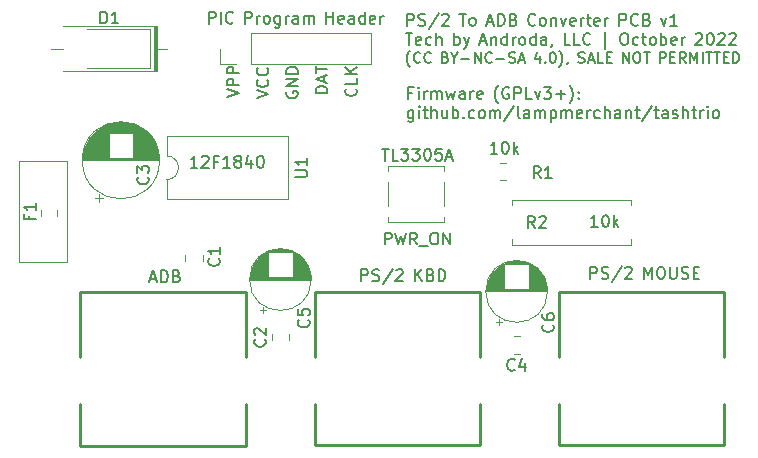
<source format=gbr>
%TF.GenerationSoftware,KiCad,Pcbnew,6.99.0-unknown-3b63ce8a48~154~ubuntu22.04.1*%
%TF.CreationDate,2022-10-12T06:00:40-06:00*%
%TF.ProjectId,PS2_ADB,5053325f-4144-4422-9e6b-696361645f70,rev?*%
%TF.SameCoordinates,Original*%
%TF.FileFunction,Legend,Top*%
%TF.FilePolarity,Positive*%
%FSLAX46Y46*%
G04 Gerber Fmt 4.6, Leading zero omitted, Abs format (unit mm)*
G04 Created by KiCad (PCBNEW 6.99.0-unknown-3b63ce8a48~154~ubuntu22.04.1) date 2022-10-12 06:00:40*
%MOMM*%
%LPD*%
G01*
G04 APERTURE LIST*
%ADD10C,0.150000*%
%ADD11C,0.120000*%
%ADD12C,0.254000*%
G04 APERTURE END LIST*
D10*
X187061904Y-102382380D02*
X186490476Y-102382380D01*
X186776190Y-102382380D02*
X186776190Y-101382380D01*
X186776190Y-101382380D02*
X186680952Y-101525238D01*
X186680952Y-101525238D02*
X186585714Y-101620476D01*
X186585714Y-101620476D02*
X186490476Y-101668095D01*
X187680952Y-101382380D02*
X187776190Y-101382380D01*
X187776190Y-101382380D02*
X187871428Y-101430000D01*
X187871428Y-101430000D02*
X187919047Y-101477619D01*
X187919047Y-101477619D02*
X187966666Y-101572857D01*
X187966666Y-101572857D02*
X188014285Y-101763333D01*
X188014285Y-101763333D02*
X188014285Y-102001428D01*
X188014285Y-102001428D02*
X187966666Y-102191904D01*
X187966666Y-102191904D02*
X187919047Y-102287142D01*
X187919047Y-102287142D02*
X187871428Y-102334761D01*
X187871428Y-102334761D02*
X187776190Y-102382380D01*
X187776190Y-102382380D02*
X187680952Y-102382380D01*
X187680952Y-102382380D02*
X187585714Y-102334761D01*
X187585714Y-102334761D02*
X187538095Y-102287142D01*
X187538095Y-102287142D02*
X187490476Y-102191904D01*
X187490476Y-102191904D02*
X187442857Y-102001428D01*
X187442857Y-102001428D02*
X187442857Y-101763333D01*
X187442857Y-101763333D02*
X187490476Y-101572857D01*
X187490476Y-101572857D02*
X187538095Y-101477619D01*
X187538095Y-101477619D02*
X187585714Y-101430000D01*
X187585714Y-101430000D02*
X187680952Y-101382380D01*
X188442857Y-102382380D02*
X188442857Y-101382380D01*
X188538095Y-102001428D02*
X188823809Y-102382380D01*
X188823809Y-101715714D02*
X188442857Y-102096666D01*
X167038095Y-106982380D02*
X167038095Y-105982380D01*
X167038095Y-105982380D02*
X167419047Y-105982380D01*
X167419047Y-105982380D02*
X167514285Y-106030000D01*
X167514285Y-106030000D02*
X167561904Y-106077619D01*
X167561904Y-106077619D02*
X167609523Y-106172857D01*
X167609523Y-106172857D02*
X167609523Y-106315714D01*
X167609523Y-106315714D02*
X167561904Y-106410952D01*
X167561904Y-106410952D02*
X167514285Y-106458571D01*
X167514285Y-106458571D02*
X167419047Y-106506190D01*
X167419047Y-106506190D02*
X167038095Y-106506190D01*
X167990476Y-106934761D02*
X168133333Y-106982380D01*
X168133333Y-106982380D02*
X168371428Y-106982380D01*
X168371428Y-106982380D02*
X168466666Y-106934761D01*
X168466666Y-106934761D02*
X168514285Y-106887142D01*
X168514285Y-106887142D02*
X168561904Y-106791904D01*
X168561904Y-106791904D02*
X168561904Y-106696666D01*
X168561904Y-106696666D02*
X168514285Y-106601428D01*
X168514285Y-106601428D02*
X168466666Y-106553809D01*
X168466666Y-106553809D02*
X168371428Y-106506190D01*
X168371428Y-106506190D02*
X168180952Y-106458571D01*
X168180952Y-106458571D02*
X168085714Y-106410952D01*
X168085714Y-106410952D02*
X168038095Y-106363333D01*
X168038095Y-106363333D02*
X167990476Y-106268095D01*
X167990476Y-106268095D02*
X167990476Y-106172857D01*
X167990476Y-106172857D02*
X168038095Y-106077619D01*
X168038095Y-106077619D02*
X168085714Y-106030000D01*
X168085714Y-106030000D02*
X168180952Y-105982380D01*
X168180952Y-105982380D02*
X168419047Y-105982380D01*
X168419047Y-105982380D02*
X168561904Y-106030000D01*
X169704761Y-105934761D02*
X168847619Y-107220476D01*
X169990476Y-106077619D02*
X170038095Y-106030000D01*
X170038095Y-106030000D02*
X170133333Y-105982380D01*
X170133333Y-105982380D02*
X170371428Y-105982380D01*
X170371428Y-105982380D02*
X170466666Y-106030000D01*
X170466666Y-106030000D02*
X170514285Y-106077619D01*
X170514285Y-106077619D02*
X170561904Y-106172857D01*
X170561904Y-106172857D02*
X170561904Y-106268095D01*
X170561904Y-106268095D02*
X170514285Y-106410952D01*
X170514285Y-106410952D02*
X169942857Y-106982380D01*
X169942857Y-106982380D02*
X170561904Y-106982380D01*
X171590476Y-106982380D02*
X171590476Y-105982380D01*
X172161904Y-106982380D02*
X171733333Y-106410952D01*
X172161904Y-105982380D02*
X171590476Y-106553809D01*
X172923809Y-106458571D02*
X173066666Y-106506190D01*
X173066666Y-106506190D02*
X173114285Y-106553809D01*
X173114285Y-106553809D02*
X173161904Y-106649047D01*
X173161904Y-106649047D02*
X173161904Y-106791904D01*
X173161904Y-106791904D02*
X173114285Y-106887142D01*
X173114285Y-106887142D02*
X173066666Y-106934761D01*
X173066666Y-106934761D02*
X172971428Y-106982380D01*
X172971428Y-106982380D02*
X172590476Y-106982380D01*
X172590476Y-106982380D02*
X172590476Y-105982380D01*
X172590476Y-105982380D02*
X172923809Y-105982380D01*
X172923809Y-105982380D02*
X173019047Y-106030000D01*
X173019047Y-106030000D02*
X173066666Y-106077619D01*
X173066666Y-106077619D02*
X173114285Y-106172857D01*
X173114285Y-106172857D02*
X173114285Y-106268095D01*
X173114285Y-106268095D02*
X173066666Y-106363333D01*
X173066666Y-106363333D02*
X173019047Y-106410952D01*
X173019047Y-106410952D02*
X172923809Y-106458571D01*
X172923809Y-106458571D02*
X172590476Y-106458571D01*
X173590476Y-106982380D02*
X173590476Y-105982380D01*
X173590476Y-105982380D02*
X173828571Y-105982380D01*
X173828571Y-105982380D02*
X173971428Y-106030000D01*
X173971428Y-106030000D02*
X174066666Y-106125238D01*
X174066666Y-106125238D02*
X174114285Y-106220476D01*
X174114285Y-106220476D02*
X174161904Y-106410952D01*
X174161904Y-106410952D02*
X174161904Y-106553809D01*
X174161904Y-106553809D02*
X174114285Y-106744285D01*
X174114285Y-106744285D02*
X174066666Y-106839523D01*
X174066666Y-106839523D02*
X173971428Y-106934761D01*
X173971428Y-106934761D02*
X173828571Y-106982380D01*
X173828571Y-106982380D02*
X173590476Y-106982380D01*
X171171428Y-88847000D02*
X171128571Y-88804142D01*
X171128571Y-88804142D02*
X171042857Y-88675571D01*
X171042857Y-88675571D02*
X171000000Y-88589857D01*
X171000000Y-88589857D02*
X170957142Y-88461285D01*
X170957142Y-88461285D02*
X170914285Y-88247000D01*
X170914285Y-88247000D02*
X170914285Y-88075571D01*
X170914285Y-88075571D02*
X170957142Y-87861285D01*
X170957142Y-87861285D02*
X171000000Y-87732714D01*
X171000000Y-87732714D02*
X171042857Y-87647000D01*
X171042857Y-87647000D02*
X171128571Y-87518428D01*
X171128571Y-87518428D02*
X171171428Y-87475571D01*
X172028571Y-88418428D02*
X171985714Y-88461285D01*
X171985714Y-88461285D02*
X171857142Y-88504142D01*
X171857142Y-88504142D02*
X171771428Y-88504142D01*
X171771428Y-88504142D02*
X171642857Y-88461285D01*
X171642857Y-88461285D02*
X171557142Y-88375571D01*
X171557142Y-88375571D02*
X171514285Y-88289857D01*
X171514285Y-88289857D02*
X171471428Y-88118428D01*
X171471428Y-88118428D02*
X171471428Y-87989857D01*
X171471428Y-87989857D02*
X171514285Y-87818428D01*
X171514285Y-87818428D02*
X171557142Y-87732714D01*
X171557142Y-87732714D02*
X171642857Y-87647000D01*
X171642857Y-87647000D02*
X171771428Y-87604142D01*
X171771428Y-87604142D02*
X171857142Y-87604142D01*
X171857142Y-87604142D02*
X171985714Y-87647000D01*
X171985714Y-87647000D02*
X172028571Y-87689857D01*
X172928571Y-88418428D02*
X172885714Y-88461285D01*
X172885714Y-88461285D02*
X172757142Y-88504142D01*
X172757142Y-88504142D02*
X172671428Y-88504142D01*
X172671428Y-88504142D02*
X172542857Y-88461285D01*
X172542857Y-88461285D02*
X172457142Y-88375571D01*
X172457142Y-88375571D02*
X172414285Y-88289857D01*
X172414285Y-88289857D02*
X172371428Y-88118428D01*
X172371428Y-88118428D02*
X172371428Y-87989857D01*
X172371428Y-87989857D02*
X172414285Y-87818428D01*
X172414285Y-87818428D02*
X172457142Y-87732714D01*
X172457142Y-87732714D02*
X172542857Y-87647000D01*
X172542857Y-87647000D02*
X172671428Y-87604142D01*
X172671428Y-87604142D02*
X172757142Y-87604142D01*
X172757142Y-87604142D02*
X172885714Y-87647000D01*
X172885714Y-87647000D02*
X172928571Y-87689857D01*
X174154285Y-88032714D02*
X174282857Y-88075571D01*
X174282857Y-88075571D02*
X174325714Y-88118428D01*
X174325714Y-88118428D02*
X174368571Y-88204142D01*
X174368571Y-88204142D02*
X174368571Y-88332714D01*
X174368571Y-88332714D02*
X174325714Y-88418428D01*
X174325714Y-88418428D02*
X174282857Y-88461285D01*
X174282857Y-88461285D02*
X174197142Y-88504142D01*
X174197142Y-88504142D02*
X173854285Y-88504142D01*
X173854285Y-88504142D02*
X173854285Y-87604142D01*
X173854285Y-87604142D02*
X174154285Y-87604142D01*
X174154285Y-87604142D02*
X174240000Y-87647000D01*
X174240000Y-87647000D02*
X174282857Y-87689857D01*
X174282857Y-87689857D02*
X174325714Y-87775571D01*
X174325714Y-87775571D02*
X174325714Y-87861285D01*
X174325714Y-87861285D02*
X174282857Y-87947000D01*
X174282857Y-87947000D02*
X174240000Y-87989857D01*
X174240000Y-87989857D02*
X174154285Y-88032714D01*
X174154285Y-88032714D02*
X173854285Y-88032714D01*
X174925714Y-88075571D02*
X174925714Y-88504142D01*
X174625714Y-87604142D02*
X174925714Y-88075571D01*
X174925714Y-88075571D02*
X175225714Y-87604142D01*
X175525714Y-88161285D02*
X176211429Y-88161285D01*
X176640000Y-88504142D02*
X176640000Y-87604142D01*
X176640000Y-87604142D02*
X177154286Y-88504142D01*
X177154286Y-88504142D02*
X177154286Y-87604142D01*
X178097143Y-88418428D02*
X178054286Y-88461285D01*
X178054286Y-88461285D02*
X177925714Y-88504142D01*
X177925714Y-88504142D02*
X177840000Y-88504142D01*
X177840000Y-88504142D02*
X177711429Y-88461285D01*
X177711429Y-88461285D02*
X177625714Y-88375571D01*
X177625714Y-88375571D02*
X177582857Y-88289857D01*
X177582857Y-88289857D02*
X177540000Y-88118428D01*
X177540000Y-88118428D02*
X177540000Y-87989857D01*
X177540000Y-87989857D02*
X177582857Y-87818428D01*
X177582857Y-87818428D02*
X177625714Y-87732714D01*
X177625714Y-87732714D02*
X177711429Y-87647000D01*
X177711429Y-87647000D02*
X177840000Y-87604142D01*
X177840000Y-87604142D02*
X177925714Y-87604142D01*
X177925714Y-87604142D02*
X178054286Y-87647000D01*
X178054286Y-87647000D02*
X178097143Y-87689857D01*
X178482857Y-88161285D02*
X179168572Y-88161285D01*
X179554286Y-88461285D02*
X179682858Y-88504142D01*
X179682858Y-88504142D02*
X179897143Y-88504142D01*
X179897143Y-88504142D02*
X179982858Y-88461285D01*
X179982858Y-88461285D02*
X180025715Y-88418428D01*
X180025715Y-88418428D02*
X180068572Y-88332714D01*
X180068572Y-88332714D02*
X180068572Y-88247000D01*
X180068572Y-88247000D02*
X180025715Y-88161285D01*
X180025715Y-88161285D02*
X179982858Y-88118428D01*
X179982858Y-88118428D02*
X179897143Y-88075571D01*
X179897143Y-88075571D02*
X179725715Y-88032714D01*
X179725715Y-88032714D02*
X179640000Y-87989857D01*
X179640000Y-87989857D02*
X179597143Y-87947000D01*
X179597143Y-87947000D02*
X179554286Y-87861285D01*
X179554286Y-87861285D02*
X179554286Y-87775571D01*
X179554286Y-87775571D02*
X179597143Y-87689857D01*
X179597143Y-87689857D02*
X179640000Y-87647000D01*
X179640000Y-87647000D02*
X179725715Y-87604142D01*
X179725715Y-87604142D02*
X179940000Y-87604142D01*
X179940000Y-87604142D02*
X180068572Y-87647000D01*
X180411429Y-88247000D02*
X180840001Y-88247000D01*
X180325715Y-88504142D02*
X180625715Y-87604142D01*
X180625715Y-87604142D02*
X180925715Y-88504142D01*
X182151430Y-87904142D02*
X182151430Y-88504142D01*
X181937144Y-87561285D02*
X181722858Y-88204142D01*
X181722858Y-88204142D02*
X182280001Y-88204142D01*
X182622858Y-88418428D02*
X182665715Y-88461285D01*
X182665715Y-88461285D02*
X182622858Y-88504142D01*
X182622858Y-88504142D02*
X182580001Y-88461285D01*
X182580001Y-88461285D02*
X182622858Y-88418428D01*
X182622858Y-88418428D02*
X182622858Y-88504142D01*
X183222858Y-87604142D02*
X183308572Y-87604142D01*
X183308572Y-87604142D02*
X183394286Y-87647000D01*
X183394286Y-87647000D02*
X183437144Y-87689857D01*
X183437144Y-87689857D02*
X183480001Y-87775571D01*
X183480001Y-87775571D02*
X183522858Y-87947000D01*
X183522858Y-87947000D02*
X183522858Y-88161285D01*
X183522858Y-88161285D02*
X183480001Y-88332714D01*
X183480001Y-88332714D02*
X183437144Y-88418428D01*
X183437144Y-88418428D02*
X183394286Y-88461285D01*
X183394286Y-88461285D02*
X183308572Y-88504142D01*
X183308572Y-88504142D02*
X183222858Y-88504142D01*
X183222858Y-88504142D02*
X183137144Y-88461285D01*
X183137144Y-88461285D02*
X183094286Y-88418428D01*
X183094286Y-88418428D02*
X183051429Y-88332714D01*
X183051429Y-88332714D02*
X183008572Y-88161285D01*
X183008572Y-88161285D02*
X183008572Y-87947000D01*
X183008572Y-87947000D02*
X183051429Y-87775571D01*
X183051429Y-87775571D02*
X183094286Y-87689857D01*
X183094286Y-87689857D02*
X183137144Y-87647000D01*
X183137144Y-87647000D02*
X183222858Y-87604142D01*
X183822858Y-88847000D02*
X183865715Y-88804142D01*
X183865715Y-88804142D02*
X183951429Y-88675571D01*
X183951429Y-88675571D02*
X183994287Y-88589857D01*
X183994287Y-88589857D02*
X184037144Y-88461285D01*
X184037144Y-88461285D02*
X184080001Y-88247000D01*
X184080001Y-88247000D02*
X184080001Y-88075571D01*
X184080001Y-88075571D02*
X184037144Y-87861285D01*
X184037144Y-87861285D02*
X183994287Y-87732714D01*
X183994287Y-87732714D02*
X183951429Y-87647000D01*
X183951429Y-87647000D02*
X183865715Y-87518428D01*
X183865715Y-87518428D02*
X183822858Y-87475571D01*
X184551429Y-88461285D02*
X184551429Y-88504142D01*
X184551429Y-88504142D02*
X184508572Y-88589857D01*
X184508572Y-88589857D02*
X184465715Y-88632714D01*
X185434286Y-88461285D02*
X185562858Y-88504142D01*
X185562858Y-88504142D02*
X185777143Y-88504142D01*
X185777143Y-88504142D02*
X185862858Y-88461285D01*
X185862858Y-88461285D02*
X185905715Y-88418428D01*
X185905715Y-88418428D02*
X185948572Y-88332714D01*
X185948572Y-88332714D02*
X185948572Y-88247000D01*
X185948572Y-88247000D02*
X185905715Y-88161285D01*
X185905715Y-88161285D02*
X185862858Y-88118428D01*
X185862858Y-88118428D02*
X185777143Y-88075571D01*
X185777143Y-88075571D02*
X185605715Y-88032714D01*
X185605715Y-88032714D02*
X185520000Y-87989857D01*
X185520000Y-87989857D02*
X185477143Y-87947000D01*
X185477143Y-87947000D02*
X185434286Y-87861285D01*
X185434286Y-87861285D02*
X185434286Y-87775571D01*
X185434286Y-87775571D02*
X185477143Y-87689857D01*
X185477143Y-87689857D02*
X185520000Y-87647000D01*
X185520000Y-87647000D02*
X185605715Y-87604142D01*
X185605715Y-87604142D02*
X185820000Y-87604142D01*
X185820000Y-87604142D02*
X185948572Y-87647000D01*
X186291429Y-88247000D02*
X186720001Y-88247000D01*
X186205715Y-88504142D02*
X186505715Y-87604142D01*
X186505715Y-87604142D02*
X186805715Y-88504142D01*
X187534287Y-88504142D02*
X187105715Y-88504142D01*
X187105715Y-88504142D02*
X187105715Y-87604142D01*
X187834286Y-88032714D02*
X188134286Y-88032714D01*
X188262858Y-88504142D02*
X187834286Y-88504142D01*
X187834286Y-88504142D02*
X187834286Y-87604142D01*
X187834286Y-87604142D02*
X188262858Y-87604142D01*
X189188572Y-88504142D02*
X189188572Y-87604142D01*
X189188572Y-87604142D02*
X189702858Y-88504142D01*
X189702858Y-88504142D02*
X189702858Y-87604142D01*
X190302858Y-87604142D02*
X190474286Y-87604142D01*
X190474286Y-87604142D02*
X190560001Y-87647000D01*
X190560001Y-87647000D02*
X190645715Y-87732714D01*
X190645715Y-87732714D02*
X190688572Y-87904142D01*
X190688572Y-87904142D02*
X190688572Y-88204142D01*
X190688572Y-88204142D02*
X190645715Y-88375571D01*
X190645715Y-88375571D02*
X190560001Y-88461285D01*
X190560001Y-88461285D02*
X190474286Y-88504142D01*
X190474286Y-88504142D02*
X190302858Y-88504142D01*
X190302858Y-88504142D02*
X190217144Y-88461285D01*
X190217144Y-88461285D02*
X190131429Y-88375571D01*
X190131429Y-88375571D02*
X190088572Y-88204142D01*
X190088572Y-88204142D02*
X190088572Y-87904142D01*
X190088572Y-87904142D02*
X190131429Y-87732714D01*
X190131429Y-87732714D02*
X190217144Y-87647000D01*
X190217144Y-87647000D02*
X190302858Y-87604142D01*
X190945715Y-87604142D02*
X191460001Y-87604142D01*
X191202858Y-88504142D02*
X191202858Y-87604142D01*
X192300000Y-88504142D02*
X192300000Y-87604142D01*
X192300000Y-87604142D02*
X192642857Y-87604142D01*
X192642857Y-87604142D02*
X192728572Y-87647000D01*
X192728572Y-87647000D02*
X192771429Y-87689857D01*
X192771429Y-87689857D02*
X192814286Y-87775571D01*
X192814286Y-87775571D02*
X192814286Y-87904142D01*
X192814286Y-87904142D02*
X192771429Y-87989857D01*
X192771429Y-87989857D02*
X192728572Y-88032714D01*
X192728572Y-88032714D02*
X192642857Y-88075571D01*
X192642857Y-88075571D02*
X192300000Y-88075571D01*
X193200000Y-88032714D02*
X193500000Y-88032714D01*
X193628572Y-88504142D02*
X193200000Y-88504142D01*
X193200000Y-88504142D02*
X193200000Y-87604142D01*
X193200000Y-87604142D02*
X193628572Y-87604142D01*
X194528572Y-88504142D02*
X194228572Y-88075571D01*
X194014286Y-88504142D02*
X194014286Y-87604142D01*
X194014286Y-87604142D02*
X194357143Y-87604142D01*
X194357143Y-87604142D02*
X194442858Y-87647000D01*
X194442858Y-87647000D02*
X194485715Y-87689857D01*
X194485715Y-87689857D02*
X194528572Y-87775571D01*
X194528572Y-87775571D02*
X194528572Y-87904142D01*
X194528572Y-87904142D02*
X194485715Y-87989857D01*
X194485715Y-87989857D02*
X194442858Y-88032714D01*
X194442858Y-88032714D02*
X194357143Y-88075571D01*
X194357143Y-88075571D02*
X194014286Y-88075571D01*
X194914286Y-88504142D02*
X194914286Y-87604142D01*
X194914286Y-87604142D02*
X195214286Y-88247000D01*
X195214286Y-88247000D02*
X195514286Y-87604142D01*
X195514286Y-87604142D02*
X195514286Y-88504142D01*
X195942857Y-88504142D02*
X195942857Y-87604142D01*
X196242857Y-87604142D02*
X196757143Y-87604142D01*
X196500000Y-88504142D02*
X196500000Y-87604142D01*
X196928571Y-87604142D02*
X197442857Y-87604142D01*
X197185714Y-88504142D02*
X197185714Y-87604142D01*
X197742856Y-88032714D02*
X198042856Y-88032714D01*
X198171428Y-88504142D02*
X197742856Y-88504142D01*
X197742856Y-88504142D02*
X197742856Y-87604142D01*
X197742856Y-87604142D02*
X198171428Y-87604142D01*
X198557142Y-88504142D02*
X198557142Y-87604142D01*
X198557142Y-87604142D02*
X198771428Y-87604142D01*
X198771428Y-87604142D02*
X198899999Y-87647000D01*
X198899999Y-87647000D02*
X198985714Y-87732714D01*
X198985714Y-87732714D02*
X199028571Y-87818428D01*
X199028571Y-87818428D02*
X199071428Y-87989857D01*
X199071428Y-87989857D02*
X199071428Y-88118428D01*
X199071428Y-88118428D02*
X199028571Y-88289857D01*
X199028571Y-88289857D02*
X198985714Y-88375571D01*
X198985714Y-88375571D02*
X198899999Y-88461285D01*
X198899999Y-88461285D02*
X198771428Y-88504142D01*
X198771428Y-88504142D02*
X198557142Y-88504142D01*
X166587142Y-90690476D02*
X166634761Y-90738095D01*
X166634761Y-90738095D02*
X166682380Y-90880952D01*
X166682380Y-90880952D02*
X166682380Y-90976190D01*
X166682380Y-90976190D02*
X166634761Y-91119047D01*
X166634761Y-91119047D02*
X166539523Y-91214285D01*
X166539523Y-91214285D02*
X166444285Y-91261904D01*
X166444285Y-91261904D02*
X166253809Y-91309523D01*
X166253809Y-91309523D02*
X166110952Y-91309523D01*
X166110952Y-91309523D02*
X165920476Y-91261904D01*
X165920476Y-91261904D02*
X165825238Y-91214285D01*
X165825238Y-91214285D02*
X165730000Y-91119047D01*
X165730000Y-91119047D02*
X165682380Y-90976190D01*
X165682380Y-90976190D02*
X165682380Y-90880952D01*
X165682380Y-90880952D02*
X165730000Y-90738095D01*
X165730000Y-90738095D02*
X165777619Y-90690476D01*
X166682380Y-89785714D02*
X166682380Y-90261904D01*
X166682380Y-90261904D02*
X165682380Y-90261904D01*
X166682380Y-89452380D02*
X165682380Y-89452380D01*
X166682380Y-88880952D02*
X166110952Y-89309523D01*
X165682380Y-88880952D02*
X166253809Y-89452380D01*
X160730000Y-90938095D02*
X160682380Y-91033333D01*
X160682380Y-91033333D02*
X160682380Y-91176190D01*
X160682380Y-91176190D02*
X160730000Y-91319047D01*
X160730000Y-91319047D02*
X160825238Y-91414285D01*
X160825238Y-91414285D02*
X160920476Y-91461904D01*
X160920476Y-91461904D02*
X161110952Y-91509523D01*
X161110952Y-91509523D02*
X161253809Y-91509523D01*
X161253809Y-91509523D02*
X161444285Y-91461904D01*
X161444285Y-91461904D02*
X161539523Y-91414285D01*
X161539523Y-91414285D02*
X161634761Y-91319047D01*
X161634761Y-91319047D02*
X161682380Y-91176190D01*
X161682380Y-91176190D02*
X161682380Y-91080952D01*
X161682380Y-91080952D02*
X161634761Y-90938095D01*
X161634761Y-90938095D02*
X161587142Y-90890476D01*
X161587142Y-90890476D02*
X161253809Y-90890476D01*
X161253809Y-90890476D02*
X161253809Y-91080952D01*
X161682380Y-90461904D02*
X160682380Y-90461904D01*
X160682380Y-90461904D02*
X161682380Y-89890476D01*
X161682380Y-89890476D02*
X160682380Y-89890476D01*
X161682380Y-89414285D02*
X160682380Y-89414285D01*
X160682380Y-89414285D02*
X160682380Y-89176190D01*
X160682380Y-89176190D02*
X160730000Y-89033333D01*
X160730000Y-89033333D02*
X160825238Y-88938095D01*
X160825238Y-88938095D02*
X160920476Y-88890476D01*
X160920476Y-88890476D02*
X161110952Y-88842857D01*
X161110952Y-88842857D02*
X161253809Y-88842857D01*
X161253809Y-88842857D02*
X161444285Y-88890476D01*
X161444285Y-88890476D02*
X161539523Y-88938095D01*
X161539523Y-88938095D02*
X161634761Y-89033333D01*
X161634761Y-89033333D02*
X161682380Y-89176190D01*
X161682380Y-89176190D02*
X161682380Y-89414285D01*
X171371428Y-91038571D02*
X171038095Y-91038571D01*
X171038095Y-91562380D02*
X171038095Y-90562380D01*
X171038095Y-90562380D02*
X171514285Y-90562380D01*
X171895238Y-91562380D02*
X171895238Y-90895714D01*
X171895238Y-90562380D02*
X171847619Y-90610000D01*
X171847619Y-90610000D02*
X171895238Y-90657619D01*
X171895238Y-90657619D02*
X171942857Y-90610000D01*
X171942857Y-90610000D02*
X171895238Y-90562380D01*
X171895238Y-90562380D02*
X171895238Y-90657619D01*
X172371428Y-91562380D02*
X172371428Y-90895714D01*
X172371428Y-91086190D02*
X172419047Y-90990952D01*
X172419047Y-90990952D02*
X172466666Y-90943333D01*
X172466666Y-90943333D02*
X172561904Y-90895714D01*
X172561904Y-90895714D02*
X172657142Y-90895714D01*
X172990476Y-91562380D02*
X172990476Y-90895714D01*
X172990476Y-90990952D02*
X173038095Y-90943333D01*
X173038095Y-90943333D02*
X173133333Y-90895714D01*
X173133333Y-90895714D02*
X173276190Y-90895714D01*
X173276190Y-90895714D02*
X173371428Y-90943333D01*
X173371428Y-90943333D02*
X173419047Y-91038571D01*
X173419047Y-91038571D02*
X173419047Y-91562380D01*
X173419047Y-91038571D02*
X173466666Y-90943333D01*
X173466666Y-90943333D02*
X173561904Y-90895714D01*
X173561904Y-90895714D02*
X173704761Y-90895714D01*
X173704761Y-90895714D02*
X173800000Y-90943333D01*
X173800000Y-90943333D02*
X173847619Y-91038571D01*
X173847619Y-91038571D02*
X173847619Y-91562380D01*
X174228571Y-90895714D02*
X174419047Y-91562380D01*
X174419047Y-91562380D02*
X174609523Y-91086190D01*
X174609523Y-91086190D02*
X174799999Y-91562380D01*
X174799999Y-91562380D02*
X174990475Y-90895714D01*
X175799999Y-91562380D02*
X175799999Y-91038571D01*
X175799999Y-91038571D02*
X175752380Y-90943333D01*
X175752380Y-90943333D02*
X175657142Y-90895714D01*
X175657142Y-90895714D02*
X175466666Y-90895714D01*
X175466666Y-90895714D02*
X175371428Y-90943333D01*
X175799999Y-91514761D02*
X175704761Y-91562380D01*
X175704761Y-91562380D02*
X175466666Y-91562380D01*
X175466666Y-91562380D02*
X175371428Y-91514761D01*
X175371428Y-91514761D02*
X175323809Y-91419523D01*
X175323809Y-91419523D02*
X175323809Y-91324285D01*
X175323809Y-91324285D02*
X175371428Y-91229047D01*
X175371428Y-91229047D02*
X175466666Y-91181428D01*
X175466666Y-91181428D02*
X175704761Y-91181428D01*
X175704761Y-91181428D02*
X175799999Y-91133809D01*
X176276190Y-91562380D02*
X176276190Y-90895714D01*
X176276190Y-91086190D02*
X176323809Y-90990952D01*
X176323809Y-90990952D02*
X176371428Y-90943333D01*
X176371428Y-90943333D02*
X176466666Y-90895714D01*
X176466666Y-90895714D02*
X176561904Y-90895714D01*
X177276190Y-91514761D02*
X177180952Y-91562380D01*
X177180952Y-91562380D02*
X176990476Y-91562380D01*
X176990476Y-91562380D02*
X176895238Y-91514761D01*
X176895238Y-91514761D02*
X176847619Y-91419523D01*
X176847619Y-91419523D02*
X176847619Y-91038571D01*
X176847619Y-91038571D02*
X176895238Y-90943333D01*
X176895238Y-90943333D02*
X176990476Y-90895714D01*
X176990476Y-90895714D02*
X177180952Y-90895714D01*
X177180952Y-90895714D02*
X177276190Y-90943333D01*
X177276190Y-90943333D02*
X177323809Y-91038571D01*
X177323809Y-91038571D02*
X177323809Y-91133809D01*
X177323809Y-91133809D02*
X176847619Y-91229047D01*
X178638095Y-91943333D02*
X178590476Y-91895714D01*
X178590476Y-91895714D02*
X178495238Y-91752857D01*
X178495238Y-91752857D02*
X178447619Y-91657619D01*
X178447619Y-91657619D02*
X178400000Y-91514761D01*
X178400000Y-91514761D02*
X178352381Y-91276666D01*
X178352381Y-91276666D02*
X178352381Y-91086190D01*
X178352381Y-91086190D02*
X178400000Y-90848095D01*
X178400000Y-90848095D02*
X178447619Y-90705238D01*
X178447619Y-90705238D02*
X178495238Y-90610000D01*
X178495238Y-90610000D02*
X178590476Y-90467142D01*
X178590476Y-90467142D02*
X178638095Y-90419523D01*
X179542857Y-90610000D02*
X179447619Y-90562380D01*
X179447619Y-90562380D02*
X179304762Y-90562380D01*
X179304762Y-90562380D02*
X179161905Y-90610000D01*
X179161905Y-90610000D02*
X179066667Y-90705238D01*
X179066667Y-90705238D02*
X179019048Y-90800476D01*
X179019048Y-90800476D02*
X178971429Y-90990952D01*
X178971429Y-90990952D02*
X178971429Y-91133809D01*
X178971429Y-91133809D02*
X179019048Y-91324285D01*
X179019048Y-91324285D02*
X179066667Y-91419523D01*
X179066667Y-91419523D02*
X179161905Y-91514761D01*
X179161905Y-91514761D02*
X179304762Y-91562380D01*
X179304762Y-91562380D02*
X179400000Y-91562380D01*
X179400000Y-91562380D02*
X179542857Y-91514761D01*
X179542857Y-91514761D02*
X179590476Y-91467142D01*
X179590476Y-91467142D02*
X179590476Y-91133809D01*
X179590476Y-91133809D02*
X179400000Y-91133809D01*
X180019048Y-91562380D02*
X180019048Y-90562380D01*
X180019048Y-90562380D02*
X180400000Y-90562380D01*
X180400000Y-90562380D02*
X180495238Y-90610000D01*
X180495238Y-90610000D02*
X180542857Y-90657619D01*
X180542857Y-90657619D02*
X180590476Y-90752857D01*
X180590476Y-90752857D02*
X180590476Y-90895714D01*
X180590476Y-90895714D02*
X180542857Y-90990952D01*
X180542857Y-90990952D02*
X180495238Y-91038571D01*
X180495238Y-91038571D02*
X180400000Y-91086190D01*
X180400000Y-91086190D02*
X180019048Y-91086190D01*
X181495238Y-91562380D02*
X181019048Y-91562380D01*
X181019048Y-91562380D02*
X181019048Y-90562380D01*
X181733334Y-90895714D02*
X181971429Y-91562380D01*
X181971429Y-91562380D02*
X182209524Y-90895714D01*
X182495239Y-90562380D02*
X183114286Y-90562380D01*
X183114286Y-90562380D02*
X182780953Y-90943333D01*
X182780953Y-90943333D02*
X182923810Y-90943333D01*
X182923810Y-90943333D02*
X183019048Y-90990952D01*
X183019048Y-90990952D02*
X183066667Y-91038571D01*
X183066667Y-91038571D02*
X183114286Y-91133809D01*
X183114286Y-91133809D02*
X183114286Y-91371904D01*
X183114286Y-91371904D02*
X183066667Y-91467142D01*
X183066667Y-91467142D02*
X183019048Y-91514761D01*
X183019048Y-91514761D02*
X182923810Y-91562380D01*
X182923810Y-91562380D02*
X182638096Y-91562380D01*
X182638096Y-91562380D02*
X182542858Y-91514761D01*
X182542858Y-91514761D02*
X182495239Y-91467142D01*
X183542858Y-91181428D02*
X184304763Y-91181428D01*
X183923810Y-91562380D02*
X183923810Y-90800476D01*
X184685715Y-91943333D02*
X184733334Y-91895714D01*
X184733334Y-91895714D02*
X184828572Y-91752857D01*
X184828572Y-91752857D02*
X184876191Y-91657619D01*
X184876191Y-91657619D02*
X184923810Y-91514761D01*
X184923810Y-91514761D02*
X184971429Y-91276666D01*
X184971429Y-91276666D02*
X184971429Y-91086190D01*
X184971429Y-91086190D02*
X184923810Y-90848095D01*
X184923810Y-90848095D02*
X184876191Y-90705238D01*
X184876191Y-90705238D02*
X184828572Y-90610000D01*
X184828572Y-90610000D02*
X184733334Y-90467142D01*
X184733334Y-90467142D02*
X184685715Y-90419523D01*
X185447620Y-91467142D02*
X185495239Y-91514761D01*
X185495239Y-91514761D02*
X185447620Y-91562380D01*
X185447620Y-91562380D02*
X185400001Y-91514761D01*
X185400001Y-91514761D02*
X185447620Y-91467142D01*
X185447620Y-91467142D02*
X185447620Y-91562380D01*
X185447620Y-90943333D02*
X185495239Y-90990952D01*
X185495239Y-90990952D02*
X185447620Y-91038571D01*
X185447620Y-91038571D02*
X185400001Y-90990952D01*
X185400001Y-90990952D02*
X185447620Y-90943333D01*
X185447620Y-90943333D02*
X185447620Y-91038571D01*
X171466666Y-92515714D02*
X171466666Y-93325238D01*
X171466666Y-93325238D02*
X171419047Y-93420476D01*
X171419047Y-93420476D02*
X171371428Y-93468095D01*
X171371428Y-93468095D02*
X171276190Y-93515714D01*
X171276190Y-93515714D02*
X171133333Y-93515714D01*
X171133333Y-93515714D02*
X171038095Y-93468095D01*
X171466666Y-93134761D02*
X171371428Y-93182380D01*
X171371428Y-93182380D02*
X171180952Y-93182380D01*
X171180952Y-93182380D02*
X171085714Y-93134761D01*
X171085714Y-93134761D02*
X171038095Y-93087142D01*
X171038095Y-93087142D02*
X170990476Y-92991904D01*
X170990476Y-92991904D02*
X170990476Y-92706190D01*
X170990476Y-92706190D02*
X171038095Y-92610952D01*
X171038095Y-92610952D02*
X171085714Y-92563333D01*
X171085714Y-92563333D02*
X171180952Y-92515714D01*
X171180952Y-92515714D02*
X171371428Y-92515714D01*
X171371428Y-92515714D02*
X171466666Y-92563333D01*
X171942857Y-93182380D02*
X171942857Y-92515714D01*
X171942857Y-92182380D02*
X171895238Y-92230000D01*
X171895238Y-92230000D02*
X171942857Y-92277619D01*
X171942857Y-92277619D02*
X171990476Y-92230000D01*
X171990476Y-92230000D02*
X171942857Y-92182380D01*
X171942857Y-92182380D02*
X171942857Y-92277619D01*
X172276190Y-92515714D02*
X172657142Y-92515714D01*
X172419047Y-92182380D02*
X172419047Y-93039523D01*
X172419047Y-93039523D02*
X172466666Y-93134761D01*
X172466666Y-93134761D02*
X172561904Y-93182380D01*
X172561904Y-93182380D02*
X172657142Y-93182380D01*
X172990476Y-93182380D02*
X172990476Y-92182380D01*
X173419047Y-93182380D02*
X173419047Y-92658571D01*
X173419047Y-92658571D02*
X173371428Y-92563333D01*
X173371428Y-92563333D02*
X173276190Y-92515714D01*
X173276190Y-92515714D02*
X173133333Y-92515714D01*
X173133333Y-92515714D02*
X173038095Y-92563333D01*
X173038095Y-92563333D02*
X172990476Y-92610952D01*
X174323809Y-92515714D02*
X174323809Y-93182380D01*
X173895238Y-92515714D02*
X173895238Y-93039523D01*
X173895238Y-93039523D02*
X173942857Y-93134761D01*
X173942857Y-93134761D02*
X174038095Y-93182380D01*
X174038095Y-93182380D02*
X174180952Y-93182380D01*
X174180952Y-93182380D02*
X174276190Y-93134761D01*
X174276190Y-93134761D02*
X174323809Y-93087142D01*
X174800000Y-93182380D02*
X174800000Y-92182380D01*
X174800000Y-92563333D02*
X174895238Y-92515714D01*
X174895238Y-92515714D02*
X175085714Y-92515714D01*
X175085714Y-92515714D02*
X175180952Y-92563333D01*
X175180952Y-92563333D02*
X175228571Y-92610952D01*
X175228571Y-92610952D02*
X175276190Y-92706190D01*
X175276190Y-92706190D02*
X175276190Y-92991904D01*
X175276190Y-92991904D02*
X175228571Y-93087142D01*
X175228571Y-93087142D02*
X175180952Y-93134761D01*
X175180952Y-93134761D02*
X175085714Y-93182380D01*
X175085714Y-93182380D02*
X174895238Y-93182380D01*
X174895238Y-93182380D02*
X174800000Y-93134761D01*
X175704762Y-93087142D02*
X175752381Y-93134761D01*
X175752381Y-93134761D02*
X175704762Y-93182380D01*
X175704762Y-93182380D02*
X175657143Y-93134761D01*
X175657143Y-93134761D02*
X175704762Y-93087142D01*
X175704762Y-93087142D02*
X175704762Y-93182380D01*
X176609523Y-93134761D02*
X176514285Y-93182380D01*
X176514285Y-93182380D02*
X176323809Y-93182380D01*
X176323809Y-93182380D02*
X176228571Y-93134761D01*
X176228571Y-93134761D02*
X176180952Y-93087142D01*
X176180952Y-93087142D02*
X176133333Y-92991904D01*
X176133333Y-92991904D02*
X176133333Y-92706190D01*
X176133333Y-92706190D02*
X176180952Y-92610952D01*
X176180952Y-92610952D02*
X176228571Y-92563333D01*
X176228571Y-92563333D02*
X176323809Y-92515714D01*
X176323809Y-92515714D02*
X176514285Y-92515714D01*
X176514285Y-92515714D02*
X176609523Y-92563333D01*
X177180952Y-93182380D02*
X177085714Y-93134761D01*
X177085714Y-93134761D02*
X177038095Y-93087142D01*
X177038095Y-93087142D02*
X176990476Y-92991904D01*
X176990476Y-92991904D02*
X176990476Y-92706190D01*
X176990476Y-92706190D02*
X177038095Y-92610952D01*
X177038095Y-92610952D02*
X177085714Y-92563333D01*
X177085714Y-92563333D02*
X177180952Y-92515714D01*
X177180952Y-92515714D02*
X177323809Y-92515714D01*
X177323809Y-92515714D02*
X177419047Y-92563333D01*
X177419047Y-92563333D02*
X177466666Y-92610952D01*
X177466666Y-92610952D02*
X177514285Y-92706190D01*
X177514285Y-92706190D02*
X177514285Y-92991904D01*
X177514285Y-92991904D02*
X177466666Y-93087142D01*
X177466666Y-93087142D02*
X177419047Y-93134761D01*
X177419047Y-93134761D02*
X177323809Y-93182380D01*
X177323809Y-93182380D02*
X177180952Y-93182380D01*
X177942857Y-93182380D02*
X177942857Y-92515714D01*
X177942857Y-92610952D02*
X177990476Y-92563333D01*
X177990476Y-92563333D02*
X178085714Y-92515714D01*
X178085714Y-92515714D02*
X178228571Y-92515714D01*
X178228571Y-92515714D02*
X178323809Y-92563333D01*
X178323809Y-92563333D02*
X178371428Y-92658571D01*
X178371428Y-92658571D02*
X178371428Y-93182380D01*
X178371428Y-92658571D02*
X178419047Y-92563333D01*
X178419047Y-92563333D02*
X178514285Y-92515714D01*
X178514285Y-92515714D02*
X178657142Y-92515714D01*
X178657142Y-92515714D02*
X178752381Y-92563333D01*
X178752381Y-92563333D02*
X178800000Y-92658571D01*
X178800000Y-92658571D02*
X178800000Y-93182380D01*
X179990475Y-92134761D02*
X179133333Y-93420476D01*
X180466666Y-93182380D02*
X180371428Y-93134761D01*
X180371428Y-93134761D02*
X180323809Y-93039523D01*
X180323809Y-93039523D02*
X180323809Y-92182380D01*
X181276190Y-93182380D02*
X181276190Y-92658571D01*
X181276190Y-92658571D02*
X181228571Y-92563333D01*
X181228571Y-92563333D02*
X181133333Y-92515714D01*
X181133333Y-92515714D02*
X180942857Y-92515714D01*
X180942857Y-92515714D02*
X180847619Y-92563333D01*
X181276190Y-93134761D02*
X181180952Y-93182380D01*
X181180952Y-93182380D02*
X180942857Y-93182380D01*
X180942857Y-93182380D02*
X180847619Y-93134761D01*
X180847619Y-93134761D02*
X180800000Y-93039523D01*
X180800000Y-93039523D02*
X180800000Y-92944285D01*
X180800000Y-92944285D02*
X180847619Y-92849047D01*
X180847619Y-92849047D02*
X180942857Y-92801428D01*
X180942857Y-92801428D02*
X181180952Y-92801428D01*
X181180952Y-92801428D02*
X181276190Y-92753809D01*
X181752381Y-93182380D02*
X181752381Y-92515714D01*
X181752381Y-92610952D02*
X181800000Y-92563333D01*
X181800000Y-92563333D02*
X181895238Y-92515714D01*
X181895238Y-92515714D02*
X182038095Y-92515714D01*
X182038095Y-92515714D02*
X182133333Y-92563333D01*
X182133333Y-92563333D02*
X182180952Y-92658571D01*
X182180952Y-92658571D02*
X182180952Y-93182380D01*
X182180952Y-92658571D02*
X182228571Y-92563333D01*
X182228571Y-92563333D02*
X182323809Y-92515714D01*
X182323809Y-92515714D02*
X182466666Y-92515714D01*
X182466666Y-92515714D02*
X182561905Y-92563333D01*
X182561905Y-92563333D02*
X182609524Y-92658571D01*
X182609524Y-92658571D02*
X182609524Y-93182380D01*
X183085714Y-92515714D02*
X183085714Y-93515714D01*
X183085714Y-92563333D02*
X183180952Y-92515714D01*
X183180952Y-92515714D02*
X183371428Y-92515714D01*
X183371428Y-92515714D02*
X183466666Y-92563333D01*
X183466666Y-92563333D02*
X183514285Y-92610952D01*
X183514285Y-92610952D02*
X183561904Y-92706190D01*
X183561904Y-92706190D02*
X183561904Y-92991904D01*
X183561904Y-92991904D02*
X183514285Y-93087142D01*
X183514285Y-93087142D02*
X183466666Y-93134761D01*
X183466666Y-93134761D02*
X183371428Y-93182380D01*
X183371428Y-93182380D02*
X183180952Y-93182380D01*
X183180952Y-93182380D02*
X183085714Y-93134761D01*
X183990476Y-93182380D02*
X183990476Y-92515714D01*
X183990476Y-92610952D02*
X184038095Y-92563333D01*
X184038095Y-92563333D02*
X184133333Y-92515714D01*
X184133333Y-92515714D02*
X184276190Y-92515714D01*
X184276190Y-92515714D02*
X184371428Y-92563333D01*
X184371428Y-92563333D02*
X184419047Y-92658571D01*
X184419047Y-92658571D02*
X184419047Y-93182380D01*
X184419047Y-92658571D02*
X184466666Y-92563333D01*
X184466666Y-92563333D02*
X184561904Y-92515714D01*
X184561904Y-92515714D02*
X184704761Y-92515714D01*
X184704761Y-92515714D02*
X184800000Y-92563333D01*
X184800000Y-92563333D02*
X184847619Y-92658571D01*
X184847619Y-92658571D02*
X184847619Y-93182380D01*
X185704761Y-93134761D02*
X185609523Y-93182380D01*
X185609523Y-93182380D02*
X185419047Y-93182380D01*
X185419047Y-93182380D02*
X185323809Y-93134761D01*
X185323809Y-93134761D02*
X185276190Y-93039523D01*
X185276190Y-93039523D02*
X185276190Y-92658571D01*
X185276190Y-92658571D02*
X185323809Y-92563333D01*
X185323809Y-92563333D02*
X185419047Y-92515714D01*
X185419047Y-92515714D02*
X185609523Y-92515714D01*
X185609523Y-92515714D02*
X185704761Y-92563333D01*
X185704761Y-92563333D02*
X185752380Y-92658571D01*
X185752380Y-92658571D02*
X185752380Y-92753809D01*
X185752380Y-92753809D02*
X185276190Y-92849047D01*
X186180952Y-93182380D02*
X186180952Y-92515714D01*
X186180952Y-92706190D02*
X186228571Y-92610952D01*
X186228571Y-92610952D02*
X186276190Y-92563333D01*
X186276190Y-92563333D02*
X186371428Y-92515714D01*
X186371428Y-92515714D02*
X186466666Y-92515714D01*
X187228571Y-93134761D02*
X187133333Y-93182380D01*
X187133333Y-93182380D02*
X186942857Y-93182380D01*
X186942857Y-93182380D02*
X186847619Y-93134761D01*
X186847619Y-93134761D02*
X186800000Y-93087142D01*
X186800000Y-93087142D02*
X186752381Y-92991904D01*
X186752381Y-92991904D02*
X186752381Y-92706190D01*
X186752381Y-92706190D02*
X186800000Y-92610952D01*
X186800000Y-92610952D02*
X186847619Y-92563333D01*
X186847619Y-92563333D02*
X186942857Y-92515714D01*
X186942857Y-92515714D02*
X187133333Y-92515714D01*
X187133333Y-92515714D02*
X187228571Y-92563333D01*
X187657143Y-93182380D02*
X187657143Y-92182380D01*
X188085714Y-93182380D02*
X188085714Y-92658571D01*
X188085714Y-92658571D02*
X188038095Y-92563333D01*
X188038095Y-92563333D02*
X187942857Y-92515714D01*
X187942857Y-92515714D02*
X187800000Y-92515714D01*
X187800000Y-92515714D02*
X187704762Y-92563333D01*
X187704762Y-92563333D02*
X187657143Y-92610952D01*
X188990476Y-93182380D02*
X188990476Y-92658571D01*
X188990476Y-92658571D02*
X188942857Y-92563333D01*
X188942857Y-92563333D02*
X188847619Y-92515714D01*
X188847619Y-92515714D02*
X188657143Y-92515714D01*
X188657143Y-92515714D02*
X188561905Y-92563333D01*
X188990476Y-93134761D02*
X188895238Y-93182380D01*
X188895238Y-93182380D02*
X188657143Y-93182380D01*
X188657143Y-93182380D02*
X188561905Y-93134761D01*
X188561905Y-93134761D02*
X188514286Y-93039523D01*
X188514286Y-93039523D02*
X188514286Y-92944285D01*
X188514286Y-92944285D02*
X188561905Y-92849047D01*
X188561905Y-92849047D02*
X188657143Y-92801428D01*
X188657143Y-92801428D02*
X188895238Y-92801428D01*
X188895238Y-92801428D02*
X188990476Y-92753809D01*
X189466667Y-92515714D02*
X189466667Y-93182380D01*
X189466667Y-92610952D02*
X189514286Y-92563333D01*
X189514286Y-92563333D02*
X189609524Y-92515714D01*
X189609524Y-92515714D02*
X189752381Y-92515714D01*
X189752381Y-92515714D02*
X189847619Y-92563333D01*
X189847619Y-92563333D02*
X189895238Y-92658571D01*
X189895238Y-92658571D02*
X189895238Y-93182380D01*
X190228572Y-92515714D02*
X190609524Y-92515714D01*
X190371429Y-92182380D02*
X190371429Y-93039523D01*
X190371429Y-93039523D02*
X190419048Y-93134761D01*
X190419048Y-93134761D02*
X190514286Y-93182380D01*
X190514286Y-93182380D02*
X190609524Y-93182380D01*
X191657143Y-92134761D02*
X190800001Y-93420476D01*
X191847620Y-92515714D02*
X192228572Y-92515714D01*
X191990477Y-92182380D02*
X191990477Y-93039523D01*
X191990477Y-93039523D02*
X192038096Y-93134761D01*
X192038096Y-93134761D02*
X192133334Y-93182380D01*
X192133334Y-93182380D02*
X192228572Y-93182380D01*
X192990477Y-93182380D02*
X192990477Y-92658571D01*
X192990477Y-92658571D02*
X192942858Y-92563333D01*
X192942858Y-92563333D02*
X192847620Y-92515714D01*
X192847620Y-92515714D02*
X192657144Y-92515714D01*
X192657144Y-92515714D02*
X192561906Y-92563333D01*
X192990477Y-93134761D02*
X192895239Y-93182380D01*
X192895239Y-93182380D02*
X192657144Y-93182380D01*
X192657144Y-93182380D02*
X192561906Y-93134761D01*
X192561906Y-93134761D02*
X192514287Y-93039523D01*
X192514287Y-93039523D02*
X192514287Y-92944285D01*
X192514287Y-92944285D02*
X192561906Y-92849047D01*
X192561906Y-92849047D02*
X192657144Y-92801428D01*
X192657144Y-92801428D02*
X192895239Y-92801428D01*
X192895239Y-92801428D02*
X192990477Y-92753809D01*
X193419049Y-93134761D02*
X193514287Y-93182380D01*
X193514287Y-93182380D02*
X193704763Y-93182380D01*
X193704763Y-93182380D02*
X193800001Y-93134761D01*
X193800001Y-93134761D02*
X193847620Y-93039523D01*
X193847620Y-93039523D02*
X193847620Y-92991904D01*
X193847620Y-92991904D02*
X193800001Y-92896666D01*
X193800001Y-92896666D02*
X193704763Y-92849047D01*
X193704763Y-92849047D02*
X193561906Y-92849047D01*
X193561906Y-92849047D02*
X193466668Y-92801428D01*
X193466668Y-92801428D02*
X193419049Y-92706190D01*
X193419049Y-92706190D02*
X193419049Y-92658571D01*
X193419049Y-92658571D02*
X193466668Y-92563333D01*
X193466668Y-92563333D02*
X193561906Y-92515714D01*
X193561906Y-92515714D02*
X193704763Y-92515714D01*
X193704763Y-92515714D02*
X193800001Y-92563333D01*
X194276192Y-93182380D02*
X194276192Y-92182380D01*
X194704763Y-93182380D02*
X194704763Y-92658571D01*
X194704763Y-92658571D02*
X194657144Y-92563333D01*
X194657144Y-92563333D02*
X194561906Y-92515714D01*
X194561906Y-92515714D02*
X194419049Y-92515714D01*
X194419049Y-92515714D02*
X194323811Y-92563333D01*
X194323811Y-92563333D02*
X194276192Y-92610952D01*
X195038097Y-92515714D02*
X195419049Y-92515714D01*
X195180954Y-92182380D02*
X195180954Y-93039523D01*
X195180954Y-93039523D02*
X195228573Y-93134761D01*
X195228573Y-93134761D02*
X195323811Y-93182380D01*
X195323811Y-93182380D02*
X195419049Y-93182380D01*
X195752383Y-93182380D02*
X195752383Y-92515714D01*
X195752383Y-92706190D02*
X195800002Y-92610952D01*
X195800002Y-92610952D02*
X195847621Y-92563333D01*
X195847621Y-92563333D02*
X195942859Y-92515714D01*
X195942859Y-92515714D02*
X196038097Y-92515714D01*
X196371431Y-93182380D02*
X196371431Y-92515714D01*
X196371431Y-92182380D02*
X196323812Y-92230000D01*
X196323812Y-92230000D02*
X196371431Y-92277619D01*
X196371431Y-92277619D02*
X196419050Y-92230000D01*
X196419050Y-92230000D02*
X196371431Y-92182380D01*
X196371431Y-92182380D02*
X196371431Y-92277619D01*
X196990478Y-93182380D02*
X196895240Y-93134761D01*
X196895240Y-93134761D02*
X196847621Y-93087142D01*
X196847621Y-93087142D02*
X196800002Y-92991904D01*
X196800002Y-92991904D02*
X196800002Y-92706190D01*
X196800002Y-92706190D02*
X196847621Y-92610952D01*
X196847621Y-92610952D02*
X196895240Y-92563333D01*
X196895240Y-92563333D02*
X196990478Y-92515714D01*
X196990478Y-92515714D02*
X197133335Y-92515714D01*
X197133335Y-92515714D02*
X197228573Y-92563333D01*
X197228573Y-92563333D02*
X197276192Y-92610952D01*
X197276192Y-92610952D02*
X197323811Y-92706190D01*
X197323811Y-92706190D02*
X197323811Y-92991904D01*
X197323811Y-92991904D02*
X197276192Y-93087142D01*
X197276192Y-93087142D02*
X197228573Y-93134761D01*
X197228573Y-93134761D02*
X197133335Y-93182380D01*
X197133335Y-93182380D02*
X196990478Y-93182380D01*
X169038095Y-103882380D02*
X169038095Y-102882380D01*
X169038095Y-102882380D02*
X169419047Y-102882380D01*
X169419047Y-102882380D02*
X169514285Y-102930000D01*
X169514285Y-102930000D02*
X169561904Y-102977619D01*
X169561904Y-102977619D02*
X169609523Y-103072857D01*
X169609523Y-103072857D02*
X169609523Y-103215714D01*
X169609523Y-103215714D02*
X169561904Y-103310952D01*
X169561904Y-103310952D02*
X169514285Y-103358571D01*
X169514285Y-103358571D02*
X169419047Y-103406190D01*
X169419047Y-103406190D02*
X169038095Y-103406190D01*
X169942857Y-102882380D02*
X170180952Y-103882380D01*
X170180952Y-103882380D02*
X170371428Y-103168095D01*
X170371428Y-103168095D02*
X170561904Y-103882380D01*
X170561904Y-103882380D02*
X170800000Y-102882380D01*
X171752380Y-103882380D02*
X171419047Y-103406190D01*
X171180952Y-103882380D02*
X171180952Y-102882380D01*
X171180952Y-102882380D02*
X171561904Y-102882380D01*
X171561904Y-102882380D02*
X171657142Y-102930000D01*
X171657142Y-102930000D02*
X171704761Y-102977619D01*
X171704761Y-102977619D02*
X171752380Y-103072857D01*
X171752380Y-103072857D02*
X171752380Y-103215714D01*
X171752380Y-103215714D02*
X171704761Y-103310952D01*
X171704761Y-103310952D02*
X171657142Y-103358571D01*
X171657142Y-103358571D02*
X171561904Y-103406190D01*
X171561904Y-103406190D02*
X171180952Y-103406190D01*
X171942857Y-103977619D02*
X172704761Y-103977619D01*
X173133333Y-102882380D02*
X173323809Y-102882380D01*
X173323809Y-102882380D02*
X173419047Y-102930000D01*
X173419047Y-102930000D02*
X173514285Y-103025238D01*
X173514285Y-103025238D02*
X173561904Y-103215714D01*
X173561904Y-103215714D02*
X173561904Y-103549047D01*
X173561904Y-103549047D02*
X173514285Y-103739523D01*
X173514285Y-103739523D02*
X173419047Y-103834761D01*
X173419047Y-103834761D02*
X173323809Y-103882380D01*
X173323809Y-103882380D02*
X173133333Y-103882380D01*
X173133333Y-103882380D02*
X173038095Y-103834761D01*
X173038095Y-103834761D02*
X172942857Y-103739523D01*
X172942857Y-103739523D02*
X172895238Y-103549047D01*
X172895238Y-103549047D02*
X172895238Y-103215714D01*
X172895238Y-103215714D02*
X172942857Y-103025238D01*
X172942857Y-103025238D02*
X173038095Y-102930000D01*
X173038095Y-102930000D02*
X173133333Y-102882380D01*
X173990476Y-103882380D02*
X173990476Y-102882380D01*
X173990476Y-102882380D02*
X174561904Y-103882380D01*
X174561904Y-103882380D02*
X174561904Y-102882380D01*
X149190476Y-106796666D02*
X149666666Y-106796666D01*
X149095238Y-107082380D02*
X149428571Y-106082380D01*
X149428571Y-106082380D02*
X149761904Y-107082380D01*
X150095238Y-107082380D02*
X150095238Y-106082380D01*
X150095238Y-106082380D02*
X150333333Y-106082380D01*
X150333333Y-106082380D02*
X150476190Y-106130000D01*
X150476190Y-106130000D02*
X150571428Y-106225238D01*
X150571428Y-106225238D02*
X150619047Y-106320476D01*
X150619047Y-106320476D02*
X150666666Y-106510952D01*
X150666666Y-106510952D02*
X150666666Y-106653809D01*
X150666666Y-106653809D02*
X150619047Y-106844285D01*
X150619047Y-106844285D02*
X150571428Y-106939523D01*
X150571428Y-106939523D02*
X150476190Y-107034761D01*
X150476190Y-107034761D02*
X150333333Y-107082380D01*
X150333333Y-107082380D02*
X150095238Y-107082380D01*
X151428571Y-106558571D02*
X151571428Y-106606190D01*
X151571428Y-106606190D02*
X151619047Y-106653809D01*
X151619047Y-106653809D02*
X151666666Y-106749047D01*
X151666666Y-106749047D02*
X151666666Y-106891904D01*
X151666666Y-106891904D02*
X151619047Y-106987142D01*
X151619047Y-106987142D02*
X151571428Y-107034761D01*
X151571428Y-107034761D02*
X151476190Y-107082380D01*
X151476190Y-107082380D02*
X151095238Y-107082380D01*
X151095238Y-107082380D02*
X151095238Y-106082380D01*
X151095238Y-106082380D02*
X151428571Y-106082380D01*
X151428571Y-106082380D02*
X151523809Y-106130000D01*
X151523809Y-106130000D02*
X151571428Y-106177619D01*
X151571428Y-106177619D02*
X151619047Y-106272857D01*
X151619047Y-106272857D02*
X151619047Y-106368095D01*
X151619047Y-106368095D02*
X151571428Y-106463333D01*
X151571428Y-106463333D02*
X151523809Y-106510952D01*
X151523809Y-106510952D02*
X151428571Y-106558571D01*
X151428571Y-106558571D02*
X151095238Y-106558571D01*
X168795238Y-95782380D02*
X169366666Y-95782380D01*
X169080952Y-96782380D02*
X169080952Y-95782380D01*
X170176190Y-96782380D02*
X169700000Y-96782380D01*
X169700000Y-96782380D02*
X169700000Y-95782380D01*
X170414286Y-95782380D02*
X171033333Y-95782380D01*
X171033333Y-95782380D02*
X170700000Y-96163333D01*
X170700000Y-96163333D02*
X170842857Y-96163333D01*
X170842857Y-96163333D02*
X170938095Y-96210952D01*
X170938095Y-96210952D02*
X170985714Y-96258571D01*
X170985714Y-96258571D02*
X171033333Y-96353809D01*
X171033333Y-96353809D02*
X171033333Y-96591904D01*
X171033333Y-96591904D02*
X170985714Y-96687142D01*
X170985714Y-96687142D02*
X170938095Y-96734761D01*
X170938095Y-96734761D02*
X170842857Y-96782380D01*
X170842857Y-96782380D02*
X170557143Y-96782380D01*
X170557143Y-96782380D02*
X170461905Y-96734761D01*
X170461905Y-96734761D02*
X170414286Y-96687142D01*
X171366667Y-95782380D02*
X171985714Y-95782380D01*
X171985714Y-95782380D02*
X171652381Y-96163333D01*
X171652381Y-96163333D02*
X171795238Y-96163333D01*
X171795238Y-96163333D02*
X171890476Y-96210952D01*
X171890476Y-96210952D02*
X171938095Y-96258571D01*
X171938095Y-96258571D02*
X171985714Y-96353809D01*
X171985714Y-96353809D02*
X171985714Y-96591904D01*
X171985714Y-96591904D02*
X171938095Y-96687142D01*
X171938095Y-96687142D02*
X171890476Y-96734761D01*
X171890476Y-96734761D02*
X171795238Y-96782380D01*
X171795238Y-96782380D02*
X171509524Y-96782380D01*
X171509524Y-96782380D02*
X171414286Y-96734761D01*
X171414286Y-96734761D02*
X171366667Y-96687142D01*
X172604762Y-95782380D02*
X172700000Y-95782380D01*
X172700000Y-95782380D02*
X172795238Y-95830000D01*
X172795238Y-95830000D02*
X172842857Y-95877619D01*
X172842857Y-95877619D02*
X172890476Y-95972857D01*
X172890476Y-95972857D02*
X172938095Y-96163333D01*
X172938095Y-96163333D02*
X172938095Y-96401428D01*
X172938095Y-96401428D02*
X172890476Y-96591904D01*
X172890476Y-96591904D02*
X172842857Y-96687142D01*
X172842857Y-96687142D02*
X172795238Y-96734761D01*
X172795238Y-96734761D02*
X172700000Y-96782380D01*
X172700000Y-96782380D02*
X172604762Y-96782380D01*
X172604762Y-96782380D02*
X172509524Y-96734761D01*
X172509524Y-96734761D02*
X172461905Y-96687142D01*
X172461905Y-96687142D02*
X172414286Y-96591904D01*
X172414286Y-96591904D02*
X172366667Y-96401428D01*
X172366667Y-96401428D02*
X172366667Y-96163333D01*
X172366667Y-96163333D02*
X172414286Y-95972857D01*
X172414286Y-95972857D02*
X172461905Y-95877619D01*
X172461905Y-95877619D02*
X172509524Y-95830000D01*
X172509524Y-95830000D02*
X172604762Y-95782380D01*
X173842857Y-95782380D02*
X173366667Y-95782380D01*
X173366667Y-95782380D02*
X173319048Y-96258571D01*
X173319048Y-96258571D02*
X173366667Y-96210952D01*
X173366667Y-96210952D02*
X173461905Y-96163333D01*
X173461905Y-96163333D02*
X173700000Y-96163333D01*
X173700000Y-96163333D02*
X173795238Y-96210952D01*
X173795238Y-96210952D02*
X173842857Y-96258571D01*
X173842857Y-96258571D02*
X173890476Y-96353809D01*
X173890476Y-96353809D02*
X173890476Y-96591904D01*
X173890476Y-96591904D02*
X173842857Y-96687142D01*
X173842857Y-96687142D02*
X173795238Y-96734761D01*
X173795238Y-96734761D02*
X173700000Y-96782380D01*
X173700000Y-96782380D02*
X173461905Y-96782380D01*
X173461905Y-96782380D02*
X173366667Y-96734761D01*
X173366667Y-96734761D02*
X173319048Y-96687142D01*
X174271429Y-96496666D02*
X174747619Y-96496666D01*
X174176191Y-96782380D02*
X174509524Y-95782380D01*
X174509524Y-95782380D02*
X174842857Y-96782380D01*
X178561904Y-96182380D02*
X177990476Y-96182380D01*
X178276190Y-96182380D02*
X178276190Y-95182380D01*
X178276190Y-95182380D02*
X178180952Y-95325238D01*
X178180952Y-95325238D02*
X178085714Y-95420476D01*
X178085714Y-95420476D02*
X177990476Y-95468095D01*
X179180952Y-95182380D02*
X179276190Y-95182380D01*
X179276190Y-95182380D02*
X179371428Y-95230000D01*
X179371428Y-95230000D02*
X179419047Y-95277619D01*
X179419047Y-95277619D02*
X179466666Y-95372857D01*
X179466666Y-95372857D02*
X179514285Y-95563333D01*
X179514285Y-95563333D02*
X179514285Y-95801428D01*
X179514285Y-95801428D02*
X179466666Y-95991904D01*
X179466666Y-95991904D02*
X179419047Y-96087142D01*
X179419047Y-96087142D02*
X179371428Y-96134761D01*
X179371428Y-96134761D02*
X179276190Y-96182380D01*
X179276190Y-96182380D02*
X179180952Y-96182380D01*
X179180952Y-96182380D02*
X179085714Y-96134761D01*
X179085714Y-96134761D02*
X179038095Y-96087142D01*
X179038095Y-96087142D02*
X178990476Y-95991904D01*
X178990476Y-95991904D02*
X178942857Y-95801428D01*
X178942857Y-95801428D02*
X178942857Y-95563333D01*
X178942857Y-95563333D02*
X178990476Y-95372857D01*
X178990476Y-95372857D02*
X179038095Y-95277619D01*
X179038095Y-95277619D02*
X179085714Y-95230000D01*
X179085714Y-95230000D02*
X179180952Y-95182380D01*
X179942857Y-96182380D02*
X179942857Y-95182380D01*
X180038095Y-95801428D02*
X180323809Y-96182380D01*
X180323809Y-95515714D02*
X179942857Y-95896666D01*
X186438095Y-106782380D02*
X186438095Y-105782380D01*
X186438095Y-105782380D02*
X186819047Y-105782380D01*
X186819047Y-105782380D02*
X186914285Y-105830000D01*
X186914285Y-105830000D02*
X186961904Y-105877619D01*
X186961904Y-105877619D02*
X187009523Y-105972857D01*
X187009523Y-105972857D02*
X187009523Y-106115714D01*
X187009523Y-106115714D02*
X186961904Y-106210952D01*
X186961904Y-106210952D02*
X186914285Y-106258571D01*
X186914285Y-106258571D02*
X186819047Y-106306190D01*
X186819047Y-106306190D02*
X186438095Y-106306190D01*
X187390476Y-106734761D02*
X187533333Y-106782380D01*
X187533333Y-106782380D02*
X187771428Y-106782380D01*
X187771428Y-106782380D02*
X187866666Y-106734761D01*
X187866666Y-106734761D02*
X187914285Y-106687142D01*
X187914285Y-106687142D02*
X187961904Y-106591904D01*
X187961904Y-106591904D02*
X187961904Y-106496666D01*
X187961904Y-106496666D02*
X187914285Y-106401428D01*
X187914285Y-106401428D02*
X187866666Y-106353809D01*
X187866666Y-106353809D02*
X187771428Y-106306190D01*
X187771428Y-106306190D02*
X187580952Y-106258571D01*
X187580952Y-106258571D02*
X187485714Y-106210952D01*
X187485714Y-106210952D02*
X187438095Y-106163333D01*
X187438095Y-106163333D02*
X187390476Y-106068095D01*
X187390476Y-106068095D02*
X187390476Y-105972857D01*
X187390476Y-105972857D02*
X187438095Y-105877619D01*
X187438095Y-105877619D02*
X187485714Y-105830000D01*
X187485714Y-105830000D02*
X187580952Y-105782380D01*
X187580952Y-105782380D02*
X187819047Y-105782380D01*
X187819047Y-105782380D02*
X187961904Y-105830000D01*
X189104761Y-105734761D02*
X188247619Y-107020476D01*
X189390476Y-105877619D02*
X189438095Y-105830000D01*
X189438095Y-105830000D02*
X189533333Y-105782380D01*
X189533333Y-105782380D02*
X189771428Y-105782380D01*
X189771428Y-105782380D02*
X189866666Y-105830000D01*
X189866666Y-105830000D02*
X189914285Y-105877619D01*
X189914285Y-105877619D02*
X189961904Y-105972857D01*
X189961904Y-105972857D02*
X189961904Y-106068095D01*
X189961904Y-106068095D02*
X189914285Y-106210952D01*
X189914285Y-106210952D02*
X189342857Y-106782380D01*
X189342857Y-106782380D02*
X189961904Y-106782380D01*
X190990476Y-106782380D02*
X190990476Y-105782380D01*
X190990476Y-105782380D02*
X191323809Y-106496666D01*
X191323809Y-106496666D02*
X191657142Y-105782380D01*
X191657142Y-105782380D02*
X191657142Y-106782380D01*
X192323809Y-105782380D02*
X192514285Y-105782380D01*
X192514285Y-105782380D02*
X192609523Y-105830000D01*
X192609523Y-105830000D02*
X192704761Y-105925238D01*
X192704761Y-105925238D02*
X192752380Y-106115714D01*
X192752380Y-106115714D02*
X192752380Y-106449047D01*
X192752380Y-106449047D02*
X192704761Y-106639523D01*
X192704761Y-106639523D02*
X192609523Y-106734761D01*
X192609523Y-106734761D02*
X192514285Y-106782380D01*
X192514285Y-106782380D02*
X192323809Y-106782380D01*
X192323809Y-106782380D02*
X192228571Y-106734761D01*
X192228571Y-106734761D02*
X192133333Y-106639523D01*
X192133333Y-106639523D02*
X192085714Y-106449047D01*
X192085714Y-106449047D02*
X192085714Y-106115714D01*
X192085714Y-106115714D02*
X192133333Y-105925238D01*
X192133333Y-105925238D02*
X192228571Y-105830000D01*
X192228571Y-105830000D02*
X192323809Y-105782380D01*
X193180952Y-105782380D02*
X193180952Y-106591904D01*
X193180952Y-106591904D02*
X193228571Y-106687142D01*
X193228571Y-106687142D02*
X193276190Y-106734761D01*
X193276190Y-106734761D02*
X193371428Y-106782380D01*
X193371428Y-106782380D02*
X193561904Y-106782380D01*
X193561904Y-106782380D02*
X193657142Y-106734761D01*
X193657142Y-106734761D02*
X193704761Y-106687142D01*
X193704761Y-106687142D02*
X193752380Y-106591904D01*
X193752380Y-106591904D02*
X193752380Y-105782380D01*
X194180952Y-106734761D02*
X194323809Y-106782380D01*
X194323809Y-106782380D02*
X194561904Y-106782380D01*
X194561904Y-106782380D02*
X194657142Y-106734761D01*
X194657142Y-106734761D02*
X194704761Y-106687142D01*
X194704761Y-106687142D02*
X194752380Y-106591904D01*
X194752380Y-106591904D02*
X194752380Y-106496666D01*
X194752380Y-106496666D02*
X194704761Y-106401428D01*
X194704761Y-106401428D02*
X194657142Y-106353809D01*
X194657142Y-106353809D02*
X194561904Y-106306190D01*
X194561904Y-106306190D02*
X194371428Y-106258571D01*
X194371428Y-106258571D02*
X194276190Y-106210952D01*
X194276190Y-106210952D02*
X194228571Y-106163333D01*
X194228571Y-106163333D02*
X194180952Y-106068095D01*
X194180952Y-106068095D02*
X194180952Y-105972857D01*
X194180952Y-105972857D02*
X194228571Y-105877619D01*
X194228571Y-105877619D02*
X194276190Y-105830000D01*
X194276190Y-105830000D02*
X194371428Y-105782380D01*
X194371428Y-105782380D02*
X194609523Y-105782380D01*
X194609523Y-105782380D02*
X194752380Y-105830000D01*
X195180952Y-106258571D02*
X195514285Y-106258571D01*
X195657142Y-106782380D02*
X195180952Y-106782380D01*
X195180952Y-106782380D02*
X195180952Y-105782380D01*
X195180952Y-105782380D02*
X195657142Y-105782380D01*
X154138095Y-85182380D02*
X154138095Y-84182380D01*
X154138095Y-84182380D02*
X154519047Y-84182380D01*
X154519047Y-84182380D02*
X154614285Y-84230000D01*
X154614285Y-84230000D02*
X154661904Y-84277619D01*
X154661904Y-84277619D02*
X154709523Y-84372857D01*
X154709523Y-84372857D02*
X154709523Y-84515714D01*
X154709523Y-84515714D02*
X154661904Y-84610952D01*
X154661904Y-84610952D02*
X154614285Y-84658571D01*
X154614285Y-84658571D02*
X154519047Y-84706190D01*
X154519047Y-84706190D02*
X154138095Y-84706190D01*
X155138095Y-85182380D02*
X155138095Y-84182380D01*
X156185713Y-85087142D02*
X156138094Y-85134761D01*
X156138094Y-85134761D02*
X155995237Y-85182380D01*
X155995237Y-85182380D02*
X155899999Y-85182380D01*
X155899999Y-85182380D02*
X155757142Y-85134761D01*
X155757142Y-85134761D02*
X155661904Y-85039523D01*
X155661904Y-85039523D02*
X155614285Y-84944285D01*
X155614285Y-84944285D02*
X155566666Y-84753809D01*
X155566666Y-84753809D02*
X155566666Y-84610952D01*
X155566666Y-84610952D02*
X155614285Y-84420476D01*
X155614285Y-84420476D02*
X155661904Y-84325238D01*
X155661904Y-84325238D02*
X155757142Y-84230000D01*
X155757142Y-84230000D02*
X155899999Y-84182380D01*
X155899999Y-84182380D02*
X155995237Y-84182380D01*
X155995237Y-84182380D02*
X156138094Y-84230000D01*
X156138094Y-84230000D02*
X156185713Y-84277619D01*
X157214285Y-85182380D02*
X157214285Y-84182380D01*
X157214285Y-84182380D02*
X157595237Y-84182380D01*
X157595237Y-84182380D02*
X157690475Y-84230000D01*
X157690475Y-84230000D02*
X157738094Y-84277619D01*
X157738094Y-84277619D02*
X157785713Y-84372857D01*
X157785713Y-84372857D02*
X157785713Y-84515714D01*
X157785713Y-84515714D02*
X157738094Y-84610952D01*
X157738094Y-84610952D02*
X157690475Y-84658571D01*
X157690475Y-84658571D02*
X157595237Y-84706190D01*
X157595237Y-84706190D02*
X157214285Y-84706190D01*
X158214285Y-85182380D02*
X158214285Y-84515714D01*
X158214285Y-84706190D02*
X158261904Y-84610952D01*
X158261904Y-84610952D02*
X158309523Y-84563333D01*
X158309523Y-84563333D02*
X158404761Y-84515714D01*
X158404761Y-84515714D02*
X158499999Y-84515714D01*
X158976190Y-85182380D02*
X158880952Y-85134761D01*
X158880952Y-85134761D02*
X158833333Y-85087142D01*
X158833333Y-85087142D02*
X158785714Y-84991904D01*
X158785714Y-84991904D02*
X158785714Y-84706190D01*
X158785714Y-84706190D02*
X158833333Y-84610952D01*
X158833333Y-84610952D02*
X158880952Y-84563333D01*
X158880952Y-84563333D02*
X158976190Y-84515714D01*
X158976190Y-84515714D02*
X159119047Y-84515714D01*
X159119047Y-84515714D02*
X159214285Y-84563333D01*
X159214285Y-84563333D02*
X159261904Y-84610952D01*
X159261904Y-84610952D02*
X159309523Y-84706190D01*
X159309523Y-84706190D02*
X159309523Y-84991904D01*
X159309523Y-84991904D02*
X159261904Y-85087142D01*
X159261904Y-85087142D02*
X159214285Y-85134761D01*
X159214285Y-85134761D02*
X159119047Y-85182380D01*
X159119047Y-85182380D02*
X158976190Y-85182380D01*
X160166666Y-84515714D02*
X160166666Y-85325238D01*
X160166666Y-85325238D02*
X160119047Y-85420476D01*
X160119047Y-85420476D02*
X160071428Y-85468095D01*
X160071428Y-85468095D02*
X159976190Y-85515714D01*
X159976190Y-85515714D02*
X159833333Y-85515714D01*
X159833333Y-85515714D02*
X159738095Y-85468095D01*
X160166666Y-85134761D02*
X160071428Y-85182380D01*
X160071428Y-85182380D02*
X159880952Y-85182380D01*
X159880952Y-85182380D02*
X159785714Y-85134761D01*
X159785714Y-85134761D02*
X159738095Y-85087142D01*
X159738095Y-85087142D02*
X159690476Y-84991904D01*
X159690476Y-84991904D02*
X159690476Y-84706190D01*
X159690476Y-84706190D02*
X159738095Y-84610952D01*
X159738095Y-84610952D02*
X159785714Y-84563333D01*
X159785714Y-84563333D02*
X159880952Y-84515714D01*
X159880952Y-84515714D02*
X160071428Y-84515714D01*
X160071428Y-84515714D02*
X160166666Y-84563333D01*
X160642857Y-85182380D02*
X160642857Y-84515714D01*
X160642857Y-84706190D02*
X160690476Y-84610952D01*
X160690476Y-84610952D02*
X160738095Y-84563333D01*
X160738095Y-84563333D02*
X160833333Y-84515714D01*
X160833333Y-84515714D02*
X160928571Y-84515714D01*
X161690476Y-85182380D02*
X161690476Y-84658571D01*
X161690476Y-84658571D02*
X161642857Y-84563333D01*
X161642857Y-84563333D02*
X161547619Y-84515714D01*
X161547619Y-84515714D02*
X161357143Y-84515714D01*
X161357143Y-84515714D02*
X161261905Y-84563333D01*
X161690476Y-85134761D02*
X161595238Y-85182380D01*
X161595238Y-85182380D02*
X161357143Y-85182380D01*
X161357143Y-85182380D02*
X161261905Y-85134761D01*
X161261905Y-85134761D02*
X161214286Y-85039523D01*
X161214286Y-85039523D02*
X161214286Y-84944285D01*
X161214286Y-84944285D02*
X161261905Y-84849047D01*
X161261905Y-84849047D02*
X161357143Y-84801428D01*
X161357143Y-84801428D02*
X161595238Y-84801428D01*
X161595238Y-84801428D02*
X161690476Y-84753809D01*
X162166667Y-85182380D02*
X162166667Y-84515714D01*
X162166667Y-84610952D02*
X162214286Y-84563333D01*
X162214286Y-84563333D02*
X162309524Y-84515714D01*
X162309524Y-84515714D02*
X162452381Y-84515714D01*
X162452381Y-84515714D02*
X162547619Y-84563333D01*
X162547619Y-84563333D02*
X162595238Y-84658571D01*
X162595238Y-84658571D02*
X162595238Y-85182380D01*
X162595238Y-84658571D02*
X162642857Y-84563333D01*
X162642857Y-84563333D02*
X162738095Y-84515714D01*
X162738095Y-84515714D02*
X162880952Y-84515714D01*
X162880952Y-84515714D02*
X162976191Y-84563333D01*
X162976191Y-84563333D02*
X163023810Y-84658571D01*
X163023810Y-84658571D02*
X163023810Y-85182380D01*
X164100000Y-85182380D02*
X164100000Y-84182380D01*
X164100000Y-84658571D02*
X164671428Y-84658571D01*
X164671428Y-85182380D02*
X164671428Y-84182380D01*
X165528571Y-85134761D02*
X165433333Y-85182380D01*
X165433333Y-85182380D02*
X165242857Y-85182380D01*
X165242857Y-85182380D02*
X165147619Y-85134761D01*
X165147619Y-85134761D02*
X165100000Y-85039523D01*
X165100000Y-85039523D02*
X165100000Y-84658571D01*
X165100000Y-84658571D02*
X165147619Y-84563333D01*
X165147619Y-84563333D02*
X165242857Y-84515714D01*
X165242857Y-84515714D02*
X165433333Y-84515714D01*
X165433333Y-84515714D02*
X165528571Y-84563333D01*
X165528571Y-84563333D02*
X165576190Y-84658571D01*
X165576190Y-84658571D02*
X165576190Y-84753809D01*
X165576190Y-84753809D02*
X165100000Y-84849047D01*
X166433333Y-85182380D02*
X166433333Y-84658571D01*
X166433333Y-84658571D02*
X166385714Y-84563333D01*
X166385714Y-84563333D02*
X166290476Y-84515714D01*
X166290476Y-84515714D02*
X166100000Y-84515714D01*
X166100000Y-84515714D02*
X166004762Y-84563333D01*
X166433333Y-85134761D02*
X166338095Y-85182380D01*
X166338095Y-85182380D02*
X166100000Y-85182380D01*
X166100000Y-85182380D02*
X166004762Y-85134761D01*
X166004762Y-85134761D02*
X165957143Y-85039523D01*
X165957143Y-85039523D02*
X165957143Y-84944285D01*
X165957143Y-84944285D02*
X166004762Y-84849047D01*
X166004762Y-84849047D02*
X166100000Y-84801428D01*
X166100000Y-84801428D02*
X166338095Y-84801428D01*
X166338095Y-84801428D02*
X166433333Y-84753809D01*
X167338095Y-85182380D02*
X167338095Y-84182380D01*
X167338095Y-85134761D02*
X167242857Y-85182380D01*
X167242857Y-85182380D02*
X167052381Y-85182380D01*
X167052381Y-85182380D02*
X166957143Y-85134761D01*
X166957143Y-85134761D02*
X166909524Y-85087142D01*
X166909524Y-85087142D02*
X166861905Y-84991904D01*
X166861905Y-84991904D02*
X166861905Y-84706190D01*
X166861905Y-84706190D02*
X166909524Y-84610952D01*
X166909524Y-84610952D02*
X166957143Y-84563333D01*
X166957143Y-84563333D02*
X167052381Y-84515714D01*
X167052381Y-84515714D02*
X167242857Y-84515714D01*
X167242857Y-84515714D02*
X167338095Y-84563333D01*
X168195238Y-85134761D02*
X168100000Y-85182380D01*
X168100000Y-85182380D02*
X167909524Y-85182380D01*
X167909524Y-85182380D02*
X167814286Y-85134761D01*
X167814286Y-85134761D02*
X167766667Y-85039523D01*
X167766667Y-85039523D02*
X167766667Y-84658571D01*
X167766667Y-84658571D02*
X167814286Y-84563333D01*
X167814286Y-84563333D02*
X167909524Y-84515714D01*
X167909524Y-84515714D02*
X168100000Y-84515714D01*
X168100000Y-84515714D02*
X168195238Y-84563333D01*
X168195238Y-84563333D02*
X168242857Y-84658571D01*
X168242857Y-84658571D02*
X168242857Y-84753809D01*
X168242857Y-84753809D02*
X167766667Y-84849047D01*
X168671429Y-85182380D02*
X168671429Y-84515714D01*
X168671429Y-84706190D02*
X168719048Y-84610952D01*
X168719048Y-84610952D02*
X168766667Y-84563333D01*
X168766667Y-84563333D02*
X168861905Y-84515714D01*
X168861905Y-84515714D02*
X168957143Y-84515714D01*
X170938095Y-85362380D02*
X170938095Y-84362380D01*
X170938095Y-84362380D02*
X171319047Y-84362380D01*
X171319047Y-84362380D02*
X171414285Y-84410000D01*
X171414285Y-84410000D02*
X171461904Y-84457619D01*
X171461904Y-84457619D02*
X171509523Y-84552857D01*
X171509523Y-84552857D02*
X171509523Y-84695714D01*
X171509523Y-84695714D02*
X171461904Y-84790952D01*
X171461904Y-84790952D02*
X171414285Y-84838571D01*
X171414285Y-84838571D02*
X171319047Y-84886190D01*
X171319047Y-84886190D02*
X170938095Y-84886190D01*
X171890476Y-85314761D02*
X172033333Y-85362380D01*
X172033333Y-85362380D02*
X172271428Y-85362380D01*
X172271428Y-85362380D02*
X172366666Y-85314761D01*
X172366666Y-85314761D02*
X172414285Y-85267142D01*
X172414285Y-85267142D02*
X172461904Y-85171904D01*
X172461904Y-85171904D02*
X172461904Y-85076666D01*
X172461904Y-85076666D02*
X172414285Y-84981428D01*
X172414285Y-84981428D02*
X172366666Y-84933809D01*
X172366666Y-84933809D02*
X172271428Y-84886190D01*
X172271428Y-84886190D02*
X172080952Y-84838571D01*
X172080952Y-84838571D02*
X171985714Y-84790952D01*
X171985714Y-84790952D02*
X171938095Y-84743333D01*
X171938095Y-84743333D02*
X171890476Y-84648095D01*
X171890476Y-84648095D02*
X171890476Y-84552857D01*
X171890476Y-84552857D02*
X171938095Y-84457619D01*
X171938095Y-84457619D02*
X171985714Y-84410000D01*
X171985714Y-84410000D02*
X172080952Y-84362380D01*
X172080952Y-84362380D02*
X172319047Y-84362380D01*
X172319047Y-84362380D02*
X172461904Y-84410000D01*
X173604761Y-84314761D02*
X172747619Y-85600476D01*
X173890476Y-84457619D02*
X173938095Y-84410000D01*
X173938095Y-84410000D02*
X174033333Y-84362380D01*
X174033333Y-84362380D02*
X174271428Y-84362380D01*
X174271428Y-84362380D02*
X174366666Y-84410000D01*
X174366666Y-84410000D02*
X174414285Y-84457619D01*
X174414285Y-84457619D02*
X174461904Y-84552857D01*
X174461904Y-84552857D02*
X174461904Y-84648095D01*
X174461904Y-84648095D02*
X174414285Y-84790952D01*
X174414285Y-84790952D02*
X173842857Y-85362380D01*
X173842857Y-85362380D02*
X174461904Y-85362380D01*
X175347619Y-84362380D02*
X175919047Y-84362380D01*
X175633333Y-85362380D02*
X175633333Y-84362380D01*
X176395238Y-85362380D02*
X176300000Y-85314761D01*
X176300000Y-85314761D02*
X176252381Y-85267142D01*
X176252381Y-85267142D02*
X176204762Y-85171904D01*
X176204762Y-85171904D02*
X176204762Y-84886190D01*
X176204762Y-84886190D02*
X176252381Y-84790952D01*
X176252381Y-84790952D02*
X176300000Y-84743333D01*
X176300000Y-84743333D02*
X176395238Y-84695714D01*
X176395238Y-84695714D02*
X176538095Y-84695714D01*
X176538095Y-84695714D02*
X176633333Y-84743333D01*
X176633333Y-84743333D02*
X176680952Y-84790952D01*
X176680952Y-84790952D02*
X176728571Y-84886190D01*
X176728571Y-84886190D02*
X176728571Y-85171904D01*
X176728571Y-85171904D02*
X176680952Y-85267142D01*
X176680952Y-85267142D02*
X176633333Y-85314761D01*
X176633333Y-85314761D02*
X176538095Y-85362380D01*
X176538095Y-85362380D02*
X176395238Y-85362380D01*
X177709524Y-85076666D02*
X178185714Y-85076666D01*
X177614286Y-85362380D02*
X177947619Y-84362380D01*
X177947619Y-84362380D02*
X178280952Y-85362380D01*
X178614286Y-85362380D02*
X178614286Y-84362380D01*
X178614286Y-84362380D02*
X178852381Y-84362380D01*
X178852381Y-84362380D02*
X178995238Y-84410000D01*
X178995238Y-84410000D02*
X179090476Y-84505238D01*
X179090476Y-84505238D02*
X179138095Y-84600476D01*
X179138095Y-84600476D02*
X179185714Y-84790952D01*
X179185714Y-84790952D02*
X179185714Y-84933809D01*
X179185714Y-84933809D02*
X179138095Y-85124285D01*
X179138095Y-85124285D02*
X179090476Y-85219523D01*
X179090476Y-85219523D02*
X178995238Y-85314761D01*
X178995238Y-85314761D02*
X178852381Y-85362380D01*
X178852381Y-85362380D02*
X178614286Y-85362380D01*
X179947619Y-84838571D02*
X180090476Y-84886190D01*
X180090476Y-84886190D02*
X180138095Y-84933809D01*
X180138095Y-84933809D02*
X180185714Y-85029047D01*
X180185714Y-85029047D02*
X180185714Y-85171904D01*
X180185714Y-85171904D02*
X180138095Y-85267142D01*
X180138095Y-85267142D02*
X180090476Y-85314761D01*
X180090476Y-85314761D02*
X179995238Y-85362380D01*
X179995238Y-85362380D02*
X179614286Y-85362380D01*
X179614286Y-85362380D02*
X179614286Y-84362380D01*
X179614286Y-84362380D02*
X179947619Y-84362380D01*
X179947619Y-84362380D02*
X180042857Y-84410000D01*
X180042857Y-84410000D02*
X180090476Y-84457619D01*
X180090476Y-84457619D02*
X180138095Y-84552857D01*
X180138095Y-84552857D02*
X180138095Y-84648095D01*
X180138095Y-84648095D02*
X180090476Y-84743333D01*
X180090476Y-84743333D02*
X180042857Y-84790952D01*
X180042857Y-84790952D02*
X179947619Y-84838571D01*
X179947619Y-84838571D02*
X179614286Y-84838571D01*
X181785714Y-85267142D02*
X181738095Y-85314761D01*
X181738095Y-85314761D02*
X181595238Y-85362380D01*
X181595238Y-85362380D02*
X181500000Y-85362380D01*
X181500000Y-85362380D02*
X181357143Y-85314761D01*
X181357143Y-85314761D02*
X181261905Y-85219523D01*
X181261905Y-85219523D02*
X181214286Y-85124285D01*
X181214286Y-85124285D02*
X181166667Y-84933809D01*
X181166667Y-84933809D02*
X181166667Y-84790952D01*
X181166667Y-84790952D02*
X181214286Y-84600476D01*
X181214286Y-84600476D02*
X181261905Y-84505238D01*
X181261905Y-84505238D02*
X181357143Y-84410000D01*
X181357143Y-84410000D02*
X181500000Y-84362380D01*
X181500000Y-84362380D02*
X181595238Y-84362380D01*
X181595238Y-84362380D02*
X181738095Y-84410000D01*
X181738095Y-84410000D02*
X181785714Y-84457619D01*
X182357143Y-85362380D02*
X182261905Y-85314761D01*
X182261905Y-85314761D02*
X182214286Y-85267142D01*
X182214286Y-85267142D02*
X182166667Y-85171904D01*
X182166667Y-85171904D02*
X182166667Y-84886190D01*
X182166667Y-84886190D02*
X182214286Y-84790952D01*
X182214286Y-84790952D02*
X182261905Y-84743333D01*
X182261905Y-84743333D02*
X182357143Y-84695714D01*
X182357143Y-84695714D02*
X182500000Y-84695714D01*
X182500000Y-84695714D02*
X182595238Y-84743333D01*
X182595238Y-84743333D02*
X182642857Y-84790952D01*
X182642857Y-84790952D02*
X182690476Y-84886190D01*
X182690476Y-84886190D02*
X182690476Y-85171904D01*
X182690476Y-85171904D02*
X182642857Y-85267142D01*
X182642857Y-85267142D02*
X182595238Y-85314761D01*
X182595238Y-85314761D02*
X182500000Y-85362380D01*
X182500000Y-85362380D02*
X182357143Y-85362380D01*
X183119048Y-84695714D02*
X183119048Y-85362380D01*
X183119048Y-84790952D02*
X183166667Y-84743333D01*
X183166667Y-84743333D02*
X183261905Y-84695714D01*
X183261905Y-84695714D02*
X183404762Y-84695714D01*
X183404762Y-84695714D02*
X183500000Y-84743333D01*
X183500000Y-84743333D02*
X183547619Y-84838571D01*
X183547619Y-84838571D02*
X183547619Y-85362380D01*
X183928572Y-84695714D02*
X184166667Y-85362380D01*
X184166667Y-85362380D02*
X184404762Y-84695714D01*
X185166667Y-85314761D02*
X185071429Y-85362380D01*
X185071429Y-85362380D02*
X184880953Y-85362380D01*
X184880953Y-85362380D02*
X184785715Y-85314761D01*
X184785715Y-85314761D02*
X184738096Y-85219523D01*
X184738096Y-85219523D02*
X184738096Y-84838571D01*
X184738096Y-84838571D02*
X184785715Y-84743333D01*
X184785715Y-84743333D02*
X184880953Y-84695714D01*
X184880953Y-84695714D02*
X185071429Y-84695714D01*
X185071429Y-84695714D02*
X185166667Y-84743333D01*
X185166667Y-84743333D02*
X185214286Y-84838571D01*
X185214286Y-84838571D02*
X185214286Y-84933809D01*
X185214286Y-84933809D02*
X184738096Y-85029047D01*
X185642858Y-85362380D02*
X185642858Y-84695714D01*
X185642858Y-84886190D02*
X185690477Y-84790952D01*
X185690477Y-84790952D02*
X185738096Y-84743333D01*
X185738096Y-84743333D02*
X185833334Y-84695714D01*
X185833334Y-84695714D02*
X185928572Y-84695714D01*
X186119049Y-84695714D02*
X186500001Y-84695714D01*
X186261906Y-84362380D02*
X186261906Y-85219523D01*
X186261906Y-85219523D02*
X186309525Y-85314761D01*
X186309525Y-85314761D02*
X186404763Y-85362380D01*
X186404763Y-85362380D02*
X186500001Y-85362380D01*
X187214287Y-85314761D02*
X187119049Y-85362380D01*
X187119049Y-85362380D02*
X186928573Y-85362380D01*
X186928573Y-85362380D02*
X186833335Y-85314761D01*
X186833335Y-85314761D02*
X186785716Y-85219523D01*
X186785716Y-85219523D02*
X186785716Y-84838571D01*
X186785716Y-84838571D02*
X186833335Y-84743333D01*
X186833335Y-84743333D02*
X186928573Y-84695714D01*
X186928573Y-84695714D02*
X187119049Y-84695714D01*
X187119049Y-84695714D02*
X187214287Y-84743333D01*
X187214287Y-84743333D02*
X187261906Y-84838571D01*
X187261906Y-84838571D02*
X187261906Y-84933809D01*
X187261906Y-84933809D02*
X186785716Y-85029047D01*
X187690478Y-85362380D02*
X187690478Y-84695714D01*
X187690478Y-84886190D02*
X187738097Y-84790952D01*
X187738097Y-84790952D02*
X187785716Y-84743333D01*
X187785716Y-84743333D02*
X187880954Y-84695714D01*
X187880954Y-84695714D02*
X187976192Y-84695714D01*
X188909526Y-85362380D02*
X188909526Y-84362380D01*
X188909526Y-84362380D02*
X189290478Y-84362380D01*
X189290478Y-84362380D02*
X189385716Y-84410000D01*
X189385716Y-84410000D02*
X189433335Y-84457619D01*
X189433335Y-84457619D02*
X189480954Y-84552857D01*
X189480954Y-84552857D02*
X189480954Y-84695714D01*
X189480954Y-84695714D02*
X189433335Y-84790952D01*
X189433335Y-84790952D02*
X189385716Y-84838571D01*
X189385716Y-84838571D02*
X189290478Y-84886190D01*
X189290478Y-84886190D02*
X188909526Y-84886190D01*
X190480954Y-85267142D02*
X190433335Y-85314761D01*
X190433335Y-85314761D02*
X190290478Y-85362380D01*
X190290478Y-85362380D02*
X190195240Y-85362380D01*
X190195240Y-85362380D02*
X190052383Y-85314761D01*
X190052383Y-85314761D02*
X189957145Y-85219523D01*
X189957145Y-85219523D02*
X189909526Y-85124285D01*
X189909526Y-85124285D02*
X189861907Y-84933809D01*
X189861907Y-84933809D02*
X189861907Y-84790952D01*
X189861907Y-84790952D02*
X189909526Y-84600476D01*
X189909526Y-84600476D02*
X189957145Y-84505238D01*
X189957145Y-84505238D02*
X190052383Y-84410000D01*
X190052383Y-84410000D02*
X190195240Y-84362380D01*
X190195240Y-84362380D02*
X190290478Y-84362380D01*
X190290478Y-84362380D02*
X190433335Y-84410000D01*
X190433335Y-84410000D02*
X190480954Y-84457619D01*
X191242859Y-84838571D02*
X191385716Y-84886190D01*
X191385716Y-84886190D02*
X191433335Y-84933809D01*
X191433335Y-84933809D02*
X191480954Y-85029047D01*
X191480954Y-85029047D02*
X191480954Y-85171904D01*
X191480954Y-85171904D02*
X191433335Y-85267142D01*
X191433335Y-85267142D02*
X191385716Y-85314761D01*
X191385716Y-85314761D02*
X191290478Y-85362380D01*
X191290478Y-85362380D02*
X190909526Y-85362380D01*
X190909526Y-85362380D02*
X190909526Y-84362380D01*
X190909526Y-84362380D02*
X191242859Y-84362380D01*
X191242859Y-84362380D02*
X191338097Y-84410000D01*
X191338097Y-84410000D02*
X191385716Y-84457619D01*
X191385716Y-84457619D02*
X191433335Y-84552857D01*
X191433335Y-84552857D02*
X191433335Y-84648095D01*
X191433335Y-84648095D02*
X191385716Y-84743333D01*
X191385716Y-84743333D02*
X191338097Y-84790952D01*
X191338097Y-84790952D02*
X191242859Y-84838571D01*
X191242859Y-84838571D02*
X190909526Y-84838571D01*
X192414288Y-84695714D02*
X192652383Y-85362380D01*
X192652383Y-85362380D02*
X192890478Y-84695714D01*
X193795240Y-85362380D02*
X193223812Y-85362380D01*
X193509526Y-85362380D02*
X193509526Y-84362380D01*
X193509526Y-84362380D02*
X193414288Y-84505238D01*
X193414288Y-84505238D02*
X193319050Y-84600476D01*
X193319050Y-84600476D02*
X193223812Y-84648095D01*
X170795238Y-85982380D02*
X171366666Y-85982380D01*
X171080952Y-86982380D02*
X171080952Y-85982380D01*
X172080952Y-86934761D02*
X171985714Y-86982380D01*
X171985714Y-86982380D02*
X171795238Y-86982380D01*
X171795238Y-86982380D02*
X171700000Y-86934761D01*
X171700000Y-86934761D02*
X171652381Y-86839523D01*
X171652381Y-86839523D02*
X171652381Y-86458571D01*
X171652381Y-86458571D02*
X171700000Y-86363333D01*
X171700000Y-86363333D02*
X171795238Y-86315714D01*
X171795238Y-86315714D02*
X171985714Y-86315714D01*
X171985714Y-86315714D02*
X172080952Y-86363333D01*
X172080952Y-86363333D02*
X172128571Y-86458571D01*
X172128571Y-86458571D02*
X172128571Y-86553809D01*
X172128571Y-86553809D02*
X171652381Y-86649047D01*
X172985714Y-86934761D02*
X172890476Y-86982380D01*
X172890476Y-86982380D02*
X172700000Y-86982380D01*
X172700000Y-86982380D02*
X172604762Y-86934761D01*
X172604762Y-86934761D02*
X172557143Y-86887142D01*
X172557143Y-86887142D02*
X172509524Y-86791904D01*
X172509524Y-86791904D02*
X172509524Y-86506190D01*
X172509524Y-86506190D02*
X172557143Y-86410952D01*
X172557143Y-86410952D02*
X172604762Y-86363333D01*
X172604762Y-86363333D02*
X172700000Y-86315714D01*
X172700000Y-86315714D02*
X172890476Y-86315714D01*
X172890476Y-86315714D02*
X172985714Y-86363333D01*
X173414286Y-86982380D02*
X173414286Y-85982380D01*
X173842857Y-86982380D02*
X173842857Y-86458571D01*
X173842857Y-86458571D02*
X173795238Y-86363333D01*
X173795238Y-86363333D02*
X173700000Y-86315714D01*
X173700000Y-86315714D02*
X173557143Y-86315714D01*
X173557143Y-86315714D02*
X173461905Y-86363333D01*
X173461905Y-86363333D02*
X173414286Y-86410952D01*
X174919048Y-86982380D02*
X174919048Y-85982380D01*
X174919048Y-86363333D02*
X175014286Y-86315714D01*
X175014286Y-86315714D02*
X175204762Y-86315714D01*
X175204762Y-86315714D02*
X175300000Y-86363333D01*
X175300000Y-86363333D02*
X175347619Y-86410952D01*
X175347619Y-86410952D02*
X175395238Y-86506190D01*
X175395238Y-86506190D02*
X175395238Y-86791904D01*
X175395238Y-86791904D02*
X175347619Y-86887142D01*
X175347619Y-86887142D02*
X175300000Y-86934761D01*
X175300000Y-86934761D02*
X175204762Y-86982380D01*
X175204762Y-86982380D02*
X175014286Y-86982380D01*
X175014286Y-86982380D02*
X174919048Y-86934761D01*
X175728572Y-86315714D02*
X175966667Y-86982380D01*
X176204762Y-86315714D02*
X175966667Y-86982380D01*
X175966667Y-86982380D02*
X175871429Y-87220476D01*
X175871429Y-87220476D02*
X175823810Y-87268095D01*
X175823810Y-87268095D02*
X175728572Y-87315714D01*
X177138096Y-86696666D02*
X177614286Y-86696666D01*
X177042858Y-86982380D02*
X177376191Y-85982380D01*
X177376191Y-85982380D02*
X177709524Y-86982380D01*
X178042858Y-86315714D02*
X178042858Y-86982380D01*
X178042858Y-86410952D02*
X178090477Y-86363333D01*
X178090477Y-86363333D02*
X178185715Y-86315714D01*
X178185715Y-86315714D02*
X178328572Y-86315714D01*
X178328572Y-86315714D02*
X178423810Y-86363333D01*
X178423810Y-86363333D02*
X178471429Y-86458571D01*
X178471429Y-86458571D02*
X178471429Y-86982380D01*
X179376191Y-86982380D02*
X179376191Y-85982380D01*
X179376191Y-86934761D02*
X179280953Y-86982380D01*
X179280953Y-86982380D02*
X179090477Y-86982380D01*
X179090477Y-86982380D02*
X178995239Y-86934761D01*
X178995239Y-86934761D02*
X178947620Y-86887142D01*
X178947620Y-86887142D02*
X178900001Y-86791904D01*
X178900001Y-86791904D02*
X178900001Y-86506190D01*
X178900001Y-86506190D02*
X178947620Y-86410952D01*
X178947620Y-86410952D02*
X178995239Y-86363333D01*
X178995239Y-86363333D02*
X179090477Y-86315714D01*
X179090477Y-86315714D02*
X179280953Y-86315714D01*
X179280953Y-86315714D02*
X179376191Y-86363333D01*
X179852382Y-86982380D02*
X179852382Y-86315714D01*
X179852382Y-86506190D02*
X179900001Y-86410952D01*
X179900001Y-86410952D02*
X179947620Y-86363333D01*
X179947620Y-86363333D02*
X180042858Y-86315714D01*
X180042858Y-86315714D02*
X180138096Y-86315714D01*
X180614287Y-86982380D02*
X180519049Y-86934761D01*
X180519049Y-86934761D02*
X180471430Y-86887142D01*
X180471430Y-86887142D02*
X180423811Y-86791904D01*
X180423811Y-86791904D02*
X180423811Y-86506190D01*
X180423811Y-86506190D02*
X180471430Y-86410952D01*
X180471430Y-86410952D02*
X180519049Y-86363333D01*
X180519049Y-86363333D02*
X180614287Y-86315714D01*
X180614287Y-86315714D02*
X180757144Y-86315714D01*
X180757144Y-86315714D02*
X180852382Y-86363333D01*
X180852382Y-86363333D02*
X180900001Y-86410952D01*
X180900001Y-86410952D02*
X180947620Y-86506190D01*
X180947620Y-86506190D02*
X180947620Y-86791904D01*
X180947620Y-86791904D02*
X180900001Y-86887142D01*
X180900001Y-86887142D02*
X180852382Y-86934761D01*
X180852382Y-86934761D02*
X180757144Y-86982380D01*
X180757144Y-86982380D02*
X180614287Y-86982380D01*
X181804763Y-86982380D02*
X181804763Y-85982380D01*
X181804763Y-86934761D02*
X181709525Y-86982380D01*
X181709525Y-86982380D02*
X181519049Y-86982380D01*
X181519049Y-86982380D02*
X181423811Y-86934761D01*
X181423811Y-86934761D02*
X181376192Y-86887142D01*
X181376192Y-86887142D02*
X181328573Y-86791904D01*
X181328573Y-86791904D02*
X181328573Y-86506190D01*
X181328573Y-86506190D02*
X181376192Y-86410952D01*
X181376192Y-86410952D02*
X181423811Y-86363333D01*
X181423811Y-86363333D02*
X181519049Y-86315714D01*
X181519049Y-86315714D02*
X181709525Y-86315714D01*
X181709525Y-86315714D02*
X181804763Y-86363333D01*
X182709525Y-86982380D02*
X182709525Y-86458571D01*
X182709525Y-86458571D02*
X182661906Y-86363333D01*
X182661906Y-86363333D02*
X182566668Y-86315714D01*
X182566668Y-86315714D02*
X182376192Y-86315714D01*
X182376192Y-86315714D02*
X182280954Y-86363333D01*
X182709525Y-86934761D02*
X182614287Y-86982380D01*
X182614287Y-86982380D02*
X182376192Y-86982380D01*
X182376192Y-86982380D02*
X182280954Y-86934761D01*
X182280954Y-86934761D02*
X182233335Y-86839523D01*
X182233335Y-86839523D02*
X182233335Y-86744285D01*
X182233335Y-86744285D02*
X182280954Y-86649047D01*
X182280954Y-86649047D02*
X182376192Y-86601428D01*
X182376192Y-86601428D02*
X182614287Y-86601428D01*
X182614287Y-86601428D02*
X182709525Y-86553809D01*
X183233335Y-86934761D02*
X183233335Y-86982380D01*
X183233335Y-86982380D02*
X183185716Y-87077619D01*
X183185716Y-87077619D02*
X183138097Y-87125238D01*
X184738096Y-86982380D02*
X184261906Y-86982380D01*
X184261906Y-86982380D02*
X184261906Y-85982380D01*
X185547620Y-86982380D02*
X185071430Y-86982380D01*
X185071430Y-86982380D02*
X185071430Y-85982380D01*
X186452382Y-86887142D02*
X186404763Y-86934761D01*
X186404763Y-86934761D02*
X186261906Y-86982380D01*
X186261906Y-86982380D02*
X186166668Y-86982380D01*
X186166668Y-86982380D02*
X186023811Y-86934761D01*
X186023811Y-86934761D02*
X185928573Y-86839523D01*
X185928573Y-86839523D02*
X185880954Y-86744285D01*
X185880954Y-86744285D02*
X185833335Y-86553809D01*
X185833335Y-86553809D02*
X185833335Y-86410952D01*
X185833335Y-86410952D02*
X185880954Y-86220476D01*
X185880954Y-86220476D02*
X185928573Y-86125238D01*
X185928573Y-86125238D02*
X186023811Y-86030000D01*
X186023811Y-86030000D02*
X186166668Y-85982380D01*
X186166668Y-85982380D02*
X186261906Y-85982380D01*
X186261906Y-85982380D02*
X186404763Y-86030000D01*
X186404763Y-86030000D02*
X186452382Y-86077619D01*
X187719049Y-87315714D02*
X187719049Y-85887142D01*
X189223811Y-85982380D02*
X189414287Y-85982380D01*
X189414287Y-85982380D02*
X189509525Y-86030000D01*
X189509525Y-86030000D02*
X189604763Y-86125238D01*
X189604763Y-86125238D02*
X189652382Y-86315714D01*
X189652382Y-86315714D02*
X189652382Y-86649047D01*
X189652382Y-86649047D02*
X189604763Y-86839523D01*
X189604763Y-86839523D02*
X189509525Y-86934761D01*
X189509525Y-86934761D02*
X189414287Y-86982380D01*
X189414287Y-86982380D02*
X189223811Y-86982380D01*
X189223811Y-86982380D02*
X189128573Y-86934761D01*
X189128573Y-86934761D02*
X189033335Y-86839523D01*
X189033335Y-86839523D02*
X188985716Y-86649047D01*
X188985716Y-86649047D02*
X188985716Y-86315714D01*
X188985716Y-86315714D02*
X189033335Y-86125238D01*
X189033335Y-86125238D02*
X189128573Y-86030000D01*
X189128573Y-86030000D02*
X189223811Y-85982380D01*
X190509525Y-86934761D02*
X190414287Y-86982380D01*
X190414287Y-86982380D02*
X190223811Y-86982380D01*
X190223811Y-86982380D02*
X190128573Y-86934761D01*
X190128573Y-86934761D02*
X190080954Y-86887142D01*
X190080954Y-86887142D02*
X190033335Y-86791904D01*
X190033335Y-86791904D02*
X190033335Y-86506190D01*
X190033335Y-86506190D02*
X190080954Y-86410952D01*
X190080954Y-86410952D02*
X190128573Y-86363333D01*
X190128573Y-86363333D02*
X190223811Y-86315714D01*
X190223811Y-86315714D02*
X190414287Y-86315714D01*
X190414287Y-86315714D02*
X190509525Y-86363333D01*
X190795240Y-86315714D02*
X191176192Y-86315714D01*
X190938097Y-85982380D02*
X190938097Y-86839523D01*
X190938097Y-86839523D02*
X190985716Y-86934761D01*
X190985716Y-86934761D02*
X191080954Y-86982380D01*
X191080954Y-86982380D02*
X191176192Y-86982380D01*
X191652383Y-86982380D02*
X191557145Y-86934761D01*
X191557145Y-86934761D02*
X191509526Y-86887142D01*
X191509526Y-86887142D02*
X191461907Y-86791904D01*
X191461907Y-86791904D02*
X191461907Y-86506190D01*
X191461907Y-86506190D02*
X191509526Y-86410952D01*
X191509526Y-86410952D02*
X191557145Y-86363333D01*
X191557145Y-86363333D02*
X191652383Y-86315714D01*
X191652383Y-86315714D02*
X191795240Y-86315714D01*
X191795240Y-86315714D02*
X191890478Y-86363333D01*
X191890478Y-86363333D02*
X191938097Y-86410952D01*
X191938097Y-86410952D02*
X191985716Y-86506190D01*
X191985716Y-86506190D02*
X191985716Y-86791904D01*
X191985716Y-86791904D02*
X191938097Y-86887142D01*
X191938097Y-86887142D02*
X191890478Y-86934761D01*
X191890478Y-86934761D02*
X191795240Y-86982380D01*
X191795240Y-86982380D02*
X191652383Y-86982380D01*
X192414288Y-86982380D02*
X192414288Y-85982380D01*
X192414288Y-86363333D02*
X192509526Y-86315714D01*
X192509526Y-86315714D02*
X192700002Y-86315714D01*
X192700002Y-86315714D02*
X192795240Y-86363333D01*
X192795240Y-86363333D02*
X192842859Y-86410952D01*
X192842859Y-86410952D02*
X192890478Y-86506190D01*
X192890478Y-86506190D02*
X192890478Y-86791904D01*
X192890478Y-86791904D02*
X192842859Y-86887142D01*
X192842859Y-86887142D02*
X192795240Y-86934761D01*
X192795240Y-86934761D02*
X192700002Y-86982380D01*
X192700002Y-86982380D02*
X192509526Y-86982380D01*
X192509526Y-86982380D02*
X192414288Y-86934761D01*
X193700002Y-86934761D02*
X193604764Y-86982380D01*
X193604764Y-86982380D02*
X193414288Y-86982380D01*
X193414288Y-86982380D02*
X193319050Y-86934761D01*
X193319050Y-86934761D02*
X193271431Y-86839523D01*
X193271431Y-86839523D02*
X193271431Y-86458571D01*
X193271431Y-86458571D02*
X193319050Y-86363333D01*
X193319050Y-86363333D02*
X193414288Y-86315714D01*
X193414288Y-86315714D02*
X193604764Y-86315714D01*
X193604764Y-86315714D02*
X193700002Y-86363333D01*
X193700002Y-86363333D02*
X193747621Y-86458571D01*
X193747621Y-86458571D02*
X193747621Y-86553809D01*
X193747621Y-86553809D02*
X193271431Y-86649047D01*
X194176193Y-86982380D02*
X194176193Y-86315714D01*
X194176193Y-86506190D02*
X194223812Y-86410952D01*
X194223812Y-86410952D02*
X194271431Y-86363333D01*
X194271431Y-86363333D02*
X194366669Y-86315714D01*
X194366669Y-86315714D02*
X194461907Y-86315714D01*
X195347622Y-86077619D02*
X195395241Y-86030000D01*
X195395241Y-86030000D02*
X195490479Y-85982380D01*
X195490479Y-85982380D02*
X195728574Y-85982380D01*
X195728574Y-85982380D02*
X195823812Y-86030000D01*
X195823812Y-86030000D02*
X195871431Y-86077619D01*
X195871431Y-86077619D02*
X195919050Y-86172857D01*
X195919050Y-86172857D02*
X195919050Y-86268095D01*
X195919050Y-86268095D02*
X195871431Y-86410952D01*
X195871431Y-86410952D02*
X195300003Y-86982380D01*
X195300003Y-86982380D02*
X195919050Y-86982380D01*
X196538098Y-85982380D02*
X196633336Y-85982380D01*
X196633336Y-85982380D02*
X196728574Y-86030000D01*
X196728574Y-86030000D02*
X196776193Y-86077619D01*
X196776193Y-86077619D02*
X196823812Y-86172857D01*
X196823812Y-86172857D02*
X196871431Y-86363333D01*
X196871431Y-86363333D02*
X196871431Y-86601428D01*
X196871431Y-86601428D02*
X196823812Y-86791904D01*
X196823812Y-86791904D02*
X196776193Y-86887142D01*
X196776193Y-86887142D02*
X196728574Y-86934761D01*
X196728574Y-86934761D02*
X196633336Y-86982380D01*
X196633336Y-86982380D02*
X196538098Y-86982380D01*
X196538098Y-86982380D02*
X196442860Y-86934761D01*
X196442860Y-86934761D02*
X196395241Y-86887142D01*
X196395241Y-86887142D02*
X196347622Y-86791904D01*
X196347622Y-86791904D02*
X196300003Y-86601428D01*
X196300003Y-86601428D02*
X196300003Y-86363333D01*
X196300003Y-86363333D02*
X196347622Y-86172857D01*
X196347622Y-86172857D02*
X196395241Y-86077619D01*
X196395241Y-86077619D02*
X196442860Y-86030000D01*
X196442860Y-86030000D02*
X196538098Y-85982380D01*
X197252384Y-86077619D02*
X197300003Y-86030000D01*
X197300003Y-86030000D02*
X197395241Y-85982380D01*
X197395241Y-85982380D02*
X197633336Y-85982380D01*
X197633336Y-85982380D02*
X197728574Y-86030000D01*
X197728574Y-86030000D02*
X197776193Y-86077619D01*
X197776193Y-86077619D02*
X197823812Y-86172857D01*
X197823812Y-86172857D02*
X197823812Y-86268095D01*
X197823812Y-86268095D02*
X197776193Y-86410952D01*
X197776193Y-86410952D02*
X197204765Y-86982380D01*
X197204765Y-86982380D02*
X197823812Y-86982380D01*
X198204765Y-86077619D02*
X198252384Y-86030000D01*
X198252384Y-86030000D02*
X198347622Y-85982380D01*
X198347622Y-85982380D02*
X198585717Y-85982380D01*
X198585717Y-85982380D02*
X198680955Y-86030000D01*
X198680955Y-86030000D02*
X198728574Y-86077619D01*
X198728574Y-86077619D02*
X198776193Y-86172857D01*
X198776193Y-86172857D02*
X198776193Y-86268095D01*
X198776193Y-86268095D02*
X198728574Y-86410952D01*
X198728574Y-86410952D02*
X198157146Y-86982380D01*
X198157146Y-86982380D02*
X198776193Y-86982380D01*
X153161904Y-97382380D02*
X152590476Y-97382380D01*
X152876190Y-97382380D02*
X152876190Y-96382380D01*
X152876190Y-96382380D02*
X152780952Y-96525238D01*
X152780952Y-96525238D02*
X152685714Y-96620476D01*
X152685714Y-96620476D02*
X152590476Y-96668095D01*
X153542857Y-96477619D02*
X153590476Y-96430000D01*
X153590476Y-96430000D02*
X153685714Y-96382380D01*
X153685714Y-96382380D02*
X153923809Y-96382380D01*
X153923809Y-96382380D02*
X154019047Y-96430000D01*
X154019047Y-96430000D02*
X154066666Y-96477619D01*
X154066666Y-96477619D02*
X154114285Y-96572857D01*
X154114285Y-96572857D02*
X154114285Y-96668095D01*
X154114285Y-96668095D02*
X154066666Y-96810952D01*
X154066666Y-96810952D02*
X153495238Y-97382380D01*
X153495238Y-97382380D02*
X154114285Y-97382380D01*
X154876190Y-96858571D02*
X154542857Y-96858571D01*
X154542857Y-97382380D02*
X154542857Y-96382380D01*
X154542857Y-96382380D02*
X155019047Y-96382380D01*
X155923809Y-97382380D02*
X155352381Y-97382380D01*
X155638095Y-97382380D02*
X155638095Y-96382380D01*
X155638095Y-96382380D02*
X155542857Y-96525238D01*
X155542857Y-96525238D02*
X155447619Y-96620476D01*
X155447619Y-96620476D02*
X155352381Y-96668095D01*
X156495238Y-96810952D02*
X156400000Y-96763333D01*
X156400000Y-96763333D02*
X156352381Y-96715714D01*
X156352381Y-96715714D02*
X156304762Y-96620476D01*
X156304762Y-96620476D02*
X156304762Y-96572857D01*
X156304762Y-96572857D02*
X156352381Y-96477619D01*
X156352381Y-96477619D02*
X156400000Y-96430000D01*
X156400000Y-96430000D02*
X156495238Y-96382380D01*
X156495238Y-96382380D02*
X156685714Y-96382380D01*
X156685714Y-96382380D02*
X156780952Y-96430000D01*
X156780952Y-96430000D02*
X156828571Y-96477619D01*
X156828571Y-96477619D02*
X156876190Y-96572857D01*
X156876190Y-96572857D02*
X156876190Y-96620476D01*
X156876190Y-96620476D02*
X156828571Y-96715714D01*
X156828571Y-96715714D02*
X156780952Y-96763333D01*
X156780952Y-96763333D02*
X156685714Y-96810952D01*
X156685714Y-96810952D02*
X156495238Y-96810952D01*
X156495238Y-96810952D02*
X156400000Y-96858571D01*
X156400000Y-96858571D02*
X156352381Y-96906190D01*
X156352381Y-96906190D02*
X156304762Y-97001428D01*
X156304762Y-97001428D02*
X156304762Y-97191904D01*
X156304762Y-97191904D02*
X156352381Y-97287142D01*
X156352381Y-97287142D02*
X156400000Y-97334761D01*
X156400000Y-97334761D02*
X156495238Y-97382380D01*
X156495238Y-97382380D02*
X156685714Y-97382380D01*
X156685714Y-97382380D02*
X156780952Y-97334761D01*
X156780952Y-97334761D02*
X156828571Y-97287142D01*
X156828571Y-97287142D02*
X156876190Y-97191904D01*
X156876190Y-97191904D02*
X156876190Y-97001428D01*
X156876190Y-97001428D02*
X156828571Y-96906190D01*
X156828571Y-96906190D02*
X156780952Y-96858571D01*
X156780952Y-96858571D02*
X156685714Y-96810952D01*
X157733333Y-96715714D02*
X157733333Y-97382380D01*
X157495238Y-96334761D02*
X157257143Y-97049047D01*
X157257143Y-97049047D02*
X157876190Y-97049047D01*
X158447619Y-96382380D02*
X158542857Y-96382380D01*
X158542857Y-96382380D02*
X158638095Y-96430000D01*
X158638095Y-96430000D02*
X158685714Y-96477619D01*
X158685714Y-96477619D02*
X158733333Y-96572857D01*
X158733333Y-96572857D02*
X158780952Y-96763333D01*
X158780952Y-96763333D02*
X158780952Y-97001428D01*
X158780952Y-97001428D02*
X158733333Y-97191904D01*
X158733333Y-97191904D02*
X158685714Y-97287142D01*
X158685714Y-97287142D02*
X158638095Y-97334761D01*
X158638095Y-97334761D02*
X158542857Y-97382380D01*
X158542857Y-97382380D02*
X158447619Y-97382380D01*
X158447619Y-97382380D02*
X158352381Y-97334761D01*
X158352381Y-97334761D02*
X158304762Y-97287142D01*
X158304762Y-97287142D02*
X158257143Y-97191904D01*
X158257143Y-97191904D02*
X158209524Y-97001428D01*
X158209524Y-97001428D02*
X158209524Y-96763333D01*
X158209524Y-96763333D02*
X158257143Y-96572857D01*
X158257143Y-96572857D02*
X158304762Y-96477619D01*
X158304762Y-96477619D02*
X158352381Y-96430000D01*
X158352381Y-96430000D02*
X158447619Y-96382380D01*
X155682380Y-91404761D02*
X156682380Y-91071428D01*
X156682380Y-91071428D02*
X155682380Y-90738095D01*
X156682380Y-90404761D02*
X155682380Y-90404761D01*
X155682380Y-90404761D02*
X155682380Y-90023809D01*
X155682380Y-90023809D02*
X155730000Y-89928571D01*
X155730000Y-89928571D02*
X155777619Y-89880952D01*
X155777619Y-89880952D02*
X155872857Y-89833333D01*
X155872857Y-89833333D02*
X156015714Y-89833333D01*
X156015714Y-89833333D02*
X156110952Y-89880952D01*
X156110952Y-89880952D02*
X156158571Y-89928571D01*
X156158571Y-89928571D02*
X156206190Y-90023809D01*
X156206190Y-90023809D02*
X156206190Y-90404761D01*
X156682380Y-89404761D02*
X155682380Y-89404761D01*
X155682380Y-89404761D02*
X155682380Y-89023809D01*
X155682380Y-89023809D02*
X155730000Y-88928571D01*
X155730000Y-88928571D02*
X155777619Y-88880952D01*
X155777619Y-88880952D02*
X155872857Y-88833333D01*
X155872857Y-88833333D02*
X156015714Y-88833333D01*
X156015714Y-88833333D02*
X156110952Y-88880952D01*
X156110952Y-88880952D02*
X156158571Y-88928571D01*
X156158571Y-88928571D02*
X156206190Y-89023809D01*
X156206190Y-89023809D02*
X156206190Y-89404761D01*
X158182380Y-91504761D02*
X159182380Y-91171428D01*
X159182380Y-91171428D02*
X158182380Y-90838095D01*
X159087142Y-89933333D02*
X159134761Y-89980952D01*
X159134761Y-89980952D02*
X159182380Y-90123809D01*
X159182380Y-90123809D02*
X159182380Y-90219047D01*
X159182380Y-90219047D02*
X159134761Y-90361904D01*
X159134761Y-90361904D02*
X159039523Y-90457142D01*
X159039523Y-90457142D02*
X158944285Y-90504761D01*
X158944285Y-90504761D02*
X158753809Y-90552380D01*
X158753809Y-90552380D02*
X158610952Y-90552380D01*
X158610952Y-90552380D02*
X158420476Y-90504761D01*
X158420476Y-90504761D02*
X158325238Y-90457142D01*
X158325238Y-90457142D02*
X158230000Y-90361904D01*
X158230000Y-90361904D02*
X158182380Y-90219047D01*
X158182380Y-90219047D02*
X158182380Y-90123809D01*
X158182380Y-90123809D02*
X158230000Y-89980952D01*
X158230000Y-89980952D02*
X158277619Y-89933333D01*
X159087142Y-88933333D02*
X159134761Y-88980952D01*
X159134761Y-88980952D02*
X159182380Y-89123809D01*
X159182380Y-89123809D02*
X159182380Y-89219047D01*
X159182380Y-89219047D02*
X159134761Y-89361904D01*
X159134761Y-89361904D02*
X159039523Y-89457142D01*
X159039523Y-89457142D02*
X158944285Y-89504761D01*
X158944285Y-89504761D02*
X158753809Y-89552380D01*
X158753809Y-89552380D02*
X158610952Y-89552380D01*
X158610952Y-89552380D02*
X158420476Y-89504761D01*
X158420476Y-89504761D02*
X158325238Y-89457142D01*
X158325238Y-89457142D02*
X158230000Y-89361904D01*
X158230000Y-89361904D02*
X158182380Y-89219047D01*
X158182380Y-89219047D02*
X158182380Y-89123809D01*
X158182380Y-89123809D02*
X158230000Y-88980952D01*
X158230000Y-88980952D02*
X158277619Y-88933333D01*
X164182380Y-91061904D02*
X163182380Y-91061904D01*
X163182380Y-91061904D02*
X163182380Y-90823809D01*
X163182380Y-90823809D02*
X163230000Y-90680952D01*
X163230000Y-90680952D02*
X163325238Y-90585714D01*
X163325238Y-90585714D02*
X163420476Y-90538095D01*
X163420476Y-90538095D02*
X163610952Y-90490476D01*
X163610952Y-90490476D02*
X163753809Y-90490476D01*
X163753809Y-90490476D02*
X163944285Y-90538095D01*
X163944285Y-90538095D02*
X164039523Y-90585714D01*
X164039523Y-90585714D02*
X164134761Y-90680952D01*
X164134761Y-90680952D02*
X164182380Y-90823809D01*
X164182380Y-90823809D02*
X164182380Y-91061904D01*
X163896666Y-90109523D02*
X163896666Y-89633333D01*
X164182380Y-90204761D02*
X163182380Y-89871428D01*
X163182380Y-89871428D02*
X164182380Y-89538095D01*
X163182380Y-89347618D02*
X163182380Y-88776190D01*
X164182380Y-89061904D02*
X163182380Y-89061904D01*
%TO.C,R2*%
X181733333Y-102467380D02*
X181400000Y-101991190D01*
X181161905Y-102467380D02*
X181161905Y-101467380D01*
X181161905Y-101467380D02*
X181542857Y-101467380D01*
X181542857Y-101467380D02*
X181638095Y-101515000D01*
X181638095Y-101515000D02*
X181685714Y-101562619D01*
X181685714Y-101562619D02*
X181733333Y-101657857D01*
X181733333Y-101657857D02*
X181733333Y-101800714D01*
X181733333Y-101800714D02*
X181685714Y-101895952D01*
X181685714Y-101895952D02*
X181638095Y-101943571D01*
X181638095Y-101943571D02*
X181542857Y-101991190D01*
X181542857Y-101991190D02*
X181161905Y-101991190D01*
X182114286Y-101562619D02*
X182161905Y-101515000D01*
X182161905Y-101515000D02*
X182257143Y-101467380D01*
X182257143Y-101467380D02*
X182495238Y-101467380D01*
X182495238Y-101467380D02*
X182590476Y-101515000D01*
X182590476Y-101515000D02*
X182638095Y-101562619D01*
X182638095Y-101562619D02*
X182685714Y-101657857D01*
X182685714Y-101657857D02*
X182685714Y-101753095D01*
X182685714Y-101753095D02*
X182638095Y-101895952D01*
X182638095Y-101895952D02*
X182066667Y-102467380D01*
X182066667Y-102467380D02*
X182685714Y-102467380D01*
%TO.C,C6*%
X183272142Y-110666666D02*
X183319761Y-110714285D01*
X183319761Y-110714285D02*
X183367380Y-110857142D01*
X183367380Y-110857142D02*
X183367380Y-110952380D01*
X183367380Y-110952380D02*
X183319761Y-111095237D01*
X183319761Y-111095237D02*
X183224523Y-111190475D01*
X183224523Y-111190475D02*
X183129285Y-111238094D01*
X183129285Y-111238094D02*
X182938809Y-111285713D01*
X182938809Y-111285713D02*
X182795952Y-111285713D01*
X182795952Y-111285713D02*
X182605476Y-111238094D01*
X182605476Y-111238094D02*
X182510238Y-111190475D01*
X182510238Y-111190475D02*
X182415000Y-111095237D01*
X182415000Y-111095237D02*
X182367380Y-110952380D01*
X182367380Y-110952380D02*
X182367380Y-110857142D01*
X182367380Y-110857142D02*
X182415000Y-110714285D01*
X182415000Y-110714285D02*
X182462619Y-110666666D01*
X182367380Y-109809523D02*
X182367380Y-109999999D01*
X182367380Y-109999999D02*
X182415000Y-110095237D01*
X182415000Y-110095237D02*
X182462619Y-110142856D01*
X182462619Y-110142856D02*
X182605476Y-110238094D01*
X182605476Y-110238094D02*
X182795952Y-110285713D01*
X182795952Y-110285713D02*
X183176904Y-110285713D01*
X183176904Y-110285713D02*
X183272142Y-110238094D01*
X183272142Y-110238094D02*
X183319761Y-110190475D01*
X183319761Y-110190475D02*
X183367380Y-110095237D01*
X183367380Y-110095237D02*
X183367380Y-109904761D01*
X183367380Y-109904761D02*
X183319761Y-109809523D01*
X183319761Y-109809523D02*
X183272142Y-109761904D01*
X183272142Y-109761904D02*
X183176904Y-109714285D01*
X183176904Y-109714285D02*
X182938809Y-109714285D01*
X182938809Y-109714285D02*
X182843571Y-109761904D01*
X182843571Y-109761904D02*
X182795952Y-109809523D01*
X182795952Y-109809523D02*
X182748333Y-109904761D01*
X182748333Y-109904761D02*
X182748333Y-110095237D01*
X182748333Y-110095237D02*
X182795952Y-110190475D01*
X182795952Y-110190475D02*
X182843571Y-110238094D01*
X182843571Y-110238094D02*
X182938809Y-110285713D01*
%TO.C,C5*%
X162572142Y-110266666D02*
X162619761Y-110314285D01*
X162619761Y-110314285D02*
X162667380Y-110457142D01*
X162667380Y-110457142D02*
X162667380Y-110552380D01*
X162667380Y-110552380D02*
X162619761Y-110695237D01*
X162619761Y-110695237D02*
X162524523Y-110790475D01*
X162524523Y-110790475D02*
X162429285Y-110838094D01*
X162429285Y-110838094D02*
X162238809Y-110885713D01*
X162238809Y-110885713D02*
X162095952Y-110885713D01*
X162095952Y-110885713D02*
X161905476Y-110838094D01*
X161905476Y-110838094D02*
X161810238Y-110790475D01*
X161810238Y-110790475D02*
X161715000Y-110695237D01*
X161715000Y-110695237D02*
X161667380Y-110552380D01*
X161667380Y-110552380D02*
X161667380Y-110457142D01*
X161667380Y-110457142D02*
X161715000Y-110314285D01*
X161715000Y-110314285D02*
X161762619Y-110266666D01*
X161667380Y-109361904D02*
X161667380Y-109838094D01*
X161667380Y-109838094D02*
X162143571Y-109885713D01*
X162143571Y-109885713D02*
X162095952Y-109838094D01*
X162095952Y-109838094D02*
X162048333Y-109742856D01*
X162048333Y-109742856D02*
X162048333Y-109504761D01*
X162048333Y-109504761D02*
X162095952Y-109409523D01*
X162095952Y-109409523D02*
X162143571Y-109361904D01*
X162143571Y-109361904D02*
X162238809Y-109314285D01*
X162238809Y-109314285D02*
X162476904Y-109314285D01*
X162476904Y-109314285D02*
X162572142Y-109361904D01*
X162572142Y-109361904D02*
X162619761Y-109409523D01*
X162619761Y-109409523D02*
X162667380Y-109504761D01*
X162667380Y-109504761D02*
X162667380Y-109742856D01*
X162667380Y-109742856D02*
X162619761Y-109838094D01*
X162619761Y-109838094D02*
X162572142Y-109885713D01*
%TO.C,C3*%
X148972142Y-98166666D02*
X149019761Y-98214285D01*
X149019761Y-98214285D02*
X149067380Y-98357142D01*
X149067380Y-98357142D02*
X149067380Y-98452380D01*
X149067380Y-98452380D02*
X149019761Y-98595237D01*
X149019761Y-98595237D02*
X148924523Y-98690475D01*
X148924523Y-98690475D02*
X148829285Y-98738094D01*
X148829285Y-98738094D02*
X148638809Y-98785713D01*
X148638809Y-98785713D02*
X148495952Y-98785713D01*
X148495952Y-98785713D02*
X148305476Y-98738094D01*
X148305476Y-98738094D02*
X148210238Y-98690475D01*
X148210238Y-98690475D02*
X148115000Y-98595237D01*
X148115000Y-98595237D02*
X148067380Y-98452380D01*
X148067380Y-98452380D02*
X148067380Y-98357142D01*
X148067380Y-98357142D02*
X148115000Y-98214285D01*
X148115000Y-98214285D02*
X148162619Y-98166666D01*
X148067380Y-97833332D02*
X148067380Y-97214285D01*
X148067380Y-97214285D02*
X148448333Y-97547618D01*
X148448333Y-97547618D02*
X148448333Y-97404761D01*
X148448333Y-97404761D02*
X148495952Y-97309523D01*
X148495952Y-97309523D02*
X148543571Y-97261904D01*
X148543571Y-97261904D02*
X148638809Y-97214285D01*
X148638809Y-97214285D02*
X148876904Y-97214285D01*
X148876904Y-97214285D02*
X148972142Y-97261904D01*
X148972142Y-97261904D02*
X149019761Y-97309523D01*
X149019761Y-97309523D02*
X149067380Y-97404761D01*
X149067380Y-97404761D02*
X149067380Y-97690475D01*
X149067380Y-97690475D02*
X149019761Y-97785713D01*
X149019761Y-97785713D02*
X148972142Y-97833332D01*
%TO.C,F1*%
X138943571Y-101433333D02*
X138943571Y-101766666D01*
X139467380Y-101766666D02*
X138467380Y-101766666D01*
X138467380Y-101766666D02*
X138467380Y-101290476D01*
X139467380Y-100385714D02*
X139467380Y-100957142D01*
X139467380Y-100671428D02*
X138467380Y-100671428D01*
X138467380Y-100671428D02*
X138610238Y-100766666D01*
X138610238Y-100766666D02*
X138705476Y-100861904D01*
X138705476Y-100861904D02*
X138753095Y-100957142D01*
%TO.C,C1*%
X154972142Y-105066666D02*
X155019761Y-105114285D01*
X155019761Y-105114285D02*
X155067380Y-105257142D01*
X155067380Y-105257142D02*
X155067380Y-105352380D01*
X155067380Y-105352380D02*
X155019761Y-105495237D01*
X155019761Y-105495237D02*
X154924523Y-105590475D01*
X154924523Y-105590475D02*
X154829285Y-105638094D01*
X154829285Y-105638094D02*
X154638809Y-105685713D01*
X154638809Y-105685713D02*
X154495952Y-105685713D01*
X154495952Y-105685713D02*
X154305476Y-105638094D01*
X154305476Y-105638094D02*
X154210238Y-105590475D01*
X154210238Y-105590475D02*
X154115000Y-105495237D01*
X154115000Y-105495237D02*
X154067380Y-105352380D01*
X154067380Y-105352380D02*
X154067380Y-105257142D01*
X154067380Y-105257142D02*
X154115000Y-105114285D01*
X154115000Y-105114285D02*
X154162619Y-105066666D01*
X155067380Y-104114285D02*
X155067380Y-104685713D01*
X155067380Y-104399999D02*
X154067380Y-104399999D01*
X154067380Y-104399999D02*
X154210238Y-104495237D01*
X154210238Y-104495237D02*
X154305476Y-104590475D01*
X154305476Y-104590475D02*
X154353095Y-104685713D01*
%TO.C,R1*%
X182233333Y-98267380D02*
X181900000Y-97791190D01*
X181661905Y-98267380D02*
X181661905Y-97267380D01*
X181661905Y-97267380D02*
X182042857Y-97267380D01*
X182042857Y-97267380D02*
X182138095Y-97315000D01*
X182138095Y-97315000D02*
X182185714Y-97362619D01*
X182185714Y-97362619D02*
X182233333Y-97457857D01*
X182233333Y-97457857D02*
X182233333Y-97600714D01*
X182233333Y-97600714D02*
X182185714Y-97695952D01*
X182185714Y-97695952D02*
X182138095Y-97743571D01*
X182138095Y-97743571D02*
X182042857Y-97791190D01*
X182042857Y-97791190D02*
X181661905Y-97791190D01*
X183185714Y-98267380D02*
X182614286Y-98267380D01*
X182900000Y-98267380D02*
X182900000Y-97267380D01*
X182900000Y-97267380D02*
X182804762Y-97410238D01*
X182804762Y-97410238D02*
X182709524Y-97505476D01*
X182709524Y-97505476D02*
X182614286Y-97553095D01*
%TO.C,D1*%
X144961905Y-85167380D02*
X144961905Y-84167380D01*
X144961905Y-84167380D02*
X145200000Y-84167380D01*
X145200000Y-84167380D02*
X145342857Y-84215000D01*
X145342857Y-84215000D02*
X145438095Y-84310238D01*
X145438095Y-84310238D02*
X145485714Y-84405476D01*
X145485714Y-84405476D02*
X145533333Y-84595952D01*
X145533333Y-84595952D02*
X145533333Y-84738809D01*
X145533333Y-84738809D02*
X145485714Y-84929285D01*
X145485714Y-84929285D02*
X145438095Y-85024523D01*
X145438095Y-85024523D02*
X145342857Y-85119761D01*
X145342857Y-85119761D02*
X145200000Y-85167380D01*
X145200000Y-85167380D02*
X144961905Y-85167380D01*
X146485714Y-85167380D02*
X145914286Y-85167380D01*
X146200000Y-85167380D02*
X146200000Y-84167380D01*
X146200000Y-84167380D02*
X146104762Y-84310238D01*
X146104762Y-84310238D02*
X146009524Y-84405476D01*
X146009524Y-84405476D02*
X145914286Y-84453095D01*
%TO.C,U1*%
X161467380Y-98161904D02*
X162276904Y-98161904D01*
X162276904Y-98161904D02*
X162372142Y-98114285D01*
X162372142Y-98114285D02*
X162419761Y-98066666D01*
X162419761Y-98066666D02*
X162467380Y-97971428D01*
X162467380Y-97971428D02*
X162467380Y-97780952D01*
X162467380Y-97780952D02*
X162419761Y-97685714D01*
X162419761Y-97685714D02*
X162372142Y-97638095D01*
X162372142Y-97638095D02*
X162276904Y-97590476D01*
X162276904Y-97590476D02*
X161467380Y-97590476D01*
X162467380Y-96590476D02*
X162467380Y-97161904D01*
X162467380Y-96876190D02*
X161467380Y-96876190D01*
X161467380Y-96876190D02*
X161610238Y-96971428D01*
X161610238Y-96971428D02*
X161705476Y-97066666D01*
X161705476Y-97066666D02*
X161753095Y-97161904D01*
%TO.C,C2*%
X158872142Y-111904166D02*
X158919761Y-111951785D01*
X158919761Y-111951785D02*
X158967380Y-112094642D01*
X158967380Y-112094642D02*
X158967380Y-112189880D01*
X158967380Y-112189880D02*
X158919761Y-112332737D01*
X158919761Y-112332737D02*
X158824523Y-112427975D01*
X158824523Y-112427975D02*
X158729285Y-112475594D01*
X158729285Y-112475594D02*
X158538809Y-112523213D01*
X158538809Y-112523213D02*
X158395952Y-112523213D01*
X158395952Y-112523213D02*
X158205476Y-112475594D01*
X158205476Y-112475594D02*
X158110238Y-112427975D01*
X158110238Y-112427975D02*
X158015000Y-112332737D01*
X158015000Y-112332737D02*
X157967380Y-112189880D01*
X157967380Y-112189880D02*
X157967380Y-112094642D01*
X157967380Y-112094642D02*
X158015000Y-111951785D01*
X158015000Y-111951785D02*
X158062619Y-111904166D01*
X158062619Y-111523213D02*
X158015000Y-111475594D01*
X158015000Y-111475594D02*
X157967380Y-111380356D01*
X157967380Y-111380356D02*
X157967380Y-111142261D01*
X157967380Y-111142261D02*
X158015000Y-111047023D01*
X158015000Y-111047023D02*
X158062619Y-110999404D01*
X158062619Y-110999404D02*
X158157857Y-110951785D01*
X158157857Y-110951785D02*
X158253095Y-110951785D01*
X158253095Y-110951785D02*
X158395952Y-110999404D01*
X158395952Y-110999404D02*
X158967380Y-111570832D01*
X158967380Y-111570832D02*
X158967380Y-110951785D01*
%TO.C,C4*%
X180033333Y-114472142D02*
X179985714Y-114519761D01*
X179985714Y-114519761D02*
X179842857Y-114567380D01*
X179842857Y-114567380D02*
X179747619Y-114567380D01*
X179747619Y-114567380D02*
X179604762Y-114519761D01*
X179604762Y-114519761D02*
X179509524Y-114424523D01*
X179509524Y-114424523D02*
X179461905Y-114329285D01*
X179461905Y-114329285D02*
X179414286Y-114138809D01*
X179414286Y-114138809D02*
X179414286Y-113995952D01*
X179414286Y-113995952D02*
X179461905Y-113805476D01*
X179461905Y-113805476D02*
X179509524Y-113710238D01*
X179509524Y-113710238D02*
X179604762Y-113615000D01*
X179604762Y-113615000D02*
X179747619Y-113567380D01*
X179747619Y-113567380D02*
X179842857Y-113567380D01*
X179842857Y-113567380D02*
X179985714Y-113615000D01*
X179985714Y-113615000D02*
X180033333Y-113662619D01*
X180890476Y-113900714D02*
X180890476Y-114567380D01*
X180652381Y-113519761D02*
X180414286Y-114234047D01*
X180414286Y-114234047D02*
X181033333Y-114234047D01*
D11*
%TO.C,R2*%
X179780000Y-100560000D02*
X179780000Y-100080000D01*
X189920000Y-103920000D02*
X189920000Y-103440000D01*
X179780000Y-100080000D02*
X189920000Y-100080000D01*
X179780000Y-103440000D02*
X179780000Y-103920000D01*
X179780000Y-103920000D02*
X189920000Y-103920000D01*
X189920000Y-100080000D02*
X189920000Y-100560000D01*
%TO.C,C6*%
X181240000Y-106774113D02*
X182548000Y-106774113D01*
X178501000Y-105894113D02*
X179160000Y-105894113D01*
X178881000Y-105614113D02*
X179160000Y-105614113D01*
X178817000Y-105654113D02*
X179160000Y-105654113D01*
X181240000Y-107375113D02*
X182736000Y-107375113D01*
X177953000Y-106574113D02*
X179160000Y-106574113D01*
X177620000Y-107855113D02*
X182780000Y-107855113D01*
X181240000Y-106694113D02*
X182510000Y-106694113D01*
X181240000Y-106014113D02*
X182026000Y-106014113D01*
X181240000Y-106414113D02*
X182349000Y-106414113D01*
X181240000Y-107134113D02*
X182680000Y-107134113D01*
X181240000Y-106374113D02*
X182322000Y-106374113D01*
X178757000Y-105694113D02*
X179160000Y-105694113D01*
X177621000Y-107775113D02*
X182779000Y-107775113D01*
X178165000Y-106254113D02*
X179160000Y-106254113D01*
X179682000Y-105294113D02*
X180718000Y-105294113D01*
X177745000Y-107054113D02*
X179160000Y-107054113D01*
X177976000Y-106534113D02*
X179160000Y-106534113D01*
X181240000Y-106734113D02*
X182529000Y-106734113D01*
X181240000Y-105934113D02*
X181943000Y-105934113D01*
X181240000Y-106214113D02*
X182204000Y-106214113D01*
X181240000Y-105614113D02*
X181519000Y-105614113D01*
X181240000Y-105574113D02*
X181451000Y-105574113D01*
X181240000Y-106054113D02*
X182064000Y-106054113D01*
X181240000Y-107295113D02*
X182720000Y-107295113D01*
X177664000Y-107375113D02*
X179160000Y-107375113D01*
X177720000Y-107134113D02*
X179160000Y-107134113D01*
X177786000Y-106934113D02*
X179160000Y-106934113D01*
X181240000Y-107175113D02*
X182691000Y-107175113D01*
X179523000Y-105334113D02*
X180877000Y-105334113D01*
X178025000Y-106454113D02*
X179160000Y-106454113D01*
X181240000Y-107094113D02*
X182668000Y-107094113D01*
X178415000Y-105974113D02*
X179160000Y-105974113D01*
X181240000Y-105694113D02*
X181643000Y-105694113D01*
X178263000Y-106134113D02*
X179160000Y-106134113D01*
X178051000Y-106414113D02*
X179160000Y-106414113D01*
X177871000Y-106734113D02*
X179160000Y-106734113D01*
X181240000Y-107495113D02*
X182756000Y-107495113D01*
X181240000Y-105654113D02*
X181583000Y-105654113D01*
X177689000Y-107255113D02*
X179160000Y-107255113D01*
X179102000Y-105494113D02*
X181298000Y-105494113D01*
X178457000Y-105934113D02*
X179160000Y-105934113D01*
X181240000Y-107615113D02*
X182769000Y-107615113D01*
X181240000Y-107335113D02*
X182728000Y-107335113D01*
X177657000Y-107415113D02*
X179160000Y-107415113D01*
X177624000Y-107695113D02*
X182776000Y-107695113D01*
X178105000Y-106334113D02*
X179160000Y-106334113D01*
X181240000Y-106614113D02*
X182468000Y-106614113D01*
X177818000Y-106854113D02*
X179160000Y-106854113D01*
X181240000Y-107215113D02*
X182701000Y-107215113D01*
X177672000Y-107335113D02*
X179160000Y-107335113D01*
X177620000Y-107815113D02*
X182780000Y-107815113D01*
X177835000Y-106814113D02*
X179160000Y-106814113D01*
X181240000Y-105854113D02*
X181853000Y-105854113D01*
X177699000Y-107215113D02*
X179160000Y-107215113D01*
X177639000Y-107535113D02*
X179160000Y-107535113D01*
X178000000Y-106494113D02*
X179160000Y-106494113D01*
X181240000Y-106254113D02*
X182235000Y-106254113D01*
X178374000Y-106014113D02*
X179160000Y-106014113D01*
X181240000Y-107455113D02*
X182750000Y-107455113D01*
X177758000Y-107014113D02*
X179160000Y-107014113D01*
X177680000Y-107295113D02*
X179160000Y-107295113D01*
X177650000Y-107455113D02*
X179160000Y-107455113D01*
X181240000Y-106454113D02*
X182375000Y-106454113D01*
X181240000Y-106894113D02*
X182598000Y-106894113D01*
X177622000Y-107735113D02*
X182778000Y-107735113D01*
X177627000Y-107655113D02*
X182773000Y-107655113D01*
X177631000Y-107615113D02*
X179160000Y-107615113D01*
X181240000Y-107255113D02*
X182711000Y-107255113D01*
X181240000Y-105974113D02*
X181985000Y-105974113D01*
X177910000Y-106654113D02*
X179160000Y-106654113D01*
X178135000Y-106294113D02*
X179160000Y-106294113D01*
X181240000Y-106814113D02*
X182565000Y-106814113D01*
X178547000Y-105854113D02*
X179160000Y-105854113D01*
X177644000Y-107495113D02*
X179160000Y-107495113D01*
X181240000Y-106134113D02*
X182137000Y-106134113D01*
X181240000Y-107014113D02*
X182642000Y-107014113D01*
X181240000Y-106294113D02*
X182265000Y-106294113D01*
X181240000Y-106574113D02*
X182447000Y-106574113D01*
X181240000Y-106094113D02*
X182101000Y-106094113D01*
X181240000Y-107054113D02*
X182655000Y-107054113D01*
X181240000Y-106534113D02*
X182424000Y-106534113D01*
X177802000Y-106894113D02*
X179160000Y-106894113D01*
X178725000Y-110659888D02*
X178725000Y-110159888D01*
X181240000Y-105814113D02*
X181805000Y-105814113D01*
X179395000Y-105374113D02*
X181005000Y-105374113D01*
X178949000Y-105574113D02*
X179160000Y-105574113D01*
X181240000Y-106974113D02*
X182628000Y-106974113D01*
X181240000Y-107575113D02*
X182765000Y-107575113D01*
X179916000Y-105254113D02*
X180484000Y-105254113D01*
X177772000Y-106974113D02*
X179160000Y-106974113D01*
X179189000Y-105454113D02*
X181211000Y-105454113D01*
X181240000Y-106854113D02*
X182582000Y-106854113D01*
X178196000Y-106214113D02*
X179160000Y-106214113D01*
X178700000Y-105734113D02*
X179160000Y-105734113D01*
X179022000Y-105534113D02*
X181378000Y-105534113D01*
X178078000Y-106374113D02*
X179160000Y-106374113D01*
X181240000Y-106494113D02*
X182400000Y-106494113D01*
X181240000Y-106934113D02*
X182614000Y-106934113D01*
X178475000Y-110409888D02*
X178975000Y-110409888D01*
X177852000Y-106774113D02*
X179160000Y-106774113D01*
X178229000Y-106174113D02*
X179160000Y-106174113D01*
X177709000Y-107175113D02*
X179160000Y-107175113D01*
X181240000Y-106334113D02*
X182295000Y-106334113D01*
X181240000Y-107535113D02*
X182761000Y-107535113D01*
X181240000Y-106654113D02*
X182490000Y-106654113D01*
X177932000Y-106614113D02*
X179160000Y-106614113D01*
X178646000Y-105774113D02*
X179160000Y-105774113D01*
X177890000Y-106694113D02*
X179160000Y-106694113D01*
X181240000Y-105774113D02*
X181754000Y-105774113D01*
X179285000Y-105414113D02*
X181115000Y-105414113D01*
X181240000Y-106174113D02*
X182171000Y-106174113D01*
X177635000Y-107575113D02*
X179160000Y-107575113D01*
X181240000Y-105734113D02*
X181700000Y-105734113D01*
X178299000Y-106094113D02*
X179160000Y-106094113D01*
X181240000Y-107415113D02*
X182743000Y-107415113D01*
X178595000Y-105814113D02*
X179160000Y-105814113D01*
X177732000Y-107094113D02*
X179160000Y-107094113D01*
X181240000Y-105894113D02*
X181899000Y-105894113D01*
X178336000Y-106054113D02*
X179160000Y-106054113D01*
X182820000Y-107855113D02*
G75*
G03*
X182820000Y-107855113I-2620000J0D01*
G01*
%TO.C,C5*%
X161240000Y-105769000D02*
X162548000Y-105769000D01*
X158501000Y-104889000D02*
X159160000Y-104889000D01*
X158881000Y-104609000D02*
X159160000Y-104609000D01*
X158817000Y-104649000D02*
X159160000Y-104649000D01*
X161240000Y-106370000D02*
X162736000Y-106370000D01*
X157953000Y-105569000D02*
X159160000Y-105569000D01*
X157620000Y-106850000D02*
X162780000Y-106850000D01*
X161240000Y-105689000D02*
X162510000Y-105689000D01*
X161240000Y-105009000D02*
X162026000Y-105009000D01*
X161240000Y-105409000D02*
X162349000Y-105409000D01*
X161240000Y-106129000D02*
X162680000Y-106129000D01*
X161240000Y-105369000D02*
X162322000Y-105369000D01*
X158757000Y-104689000D02*
X159160000Y-104689000D01*
X157621000Y-106770000D02*
X162779000Y-106770000D01*
X158165000Y-105249000D02*
X159160000Y-105249000D01*
X159682000Y-104289000D02*
X160718000Y-104289000D01*
X157745000Y-106049000D02*
X159160000Y-106049000D01*
X157976000Y-105529000D02*
X159160000Y-105529000D01*
X161240000Y-105729000D02*
X162529000Y-105729000D01*
X161240000Y-104929000D02*
X161943000Y-104929000D01*
X161240000Y-105209000D02*
X162204000Y-105209000D01*
X161240000Y-104609000D02*
X161519000Y-104609000D01*
X161240000Y-104569000D02*
X161451000Y-104569000D01*
X161240000Y-105049000D02*
X162064000Y-105049000D01*
X161240000Y-106290000D02*
X162720000Y-106290000D01*
X157664000Y-106370000D02*
X159160000Y-106370000D01*
X157720000Y-106129000D02*
X159160000Y-106129000D01*
X157786000Y-105929000D02*
X159160000Y-105929000D01*
X161240000Y-106170000D02*
X162691000Y-106170000D01*
X159523000Y-104329000D02*
X160877000Y-104329000D01*
X158025000Y-105449000D02*
X159160000Y-105449000D01*
X161240000Y-106089000D02*
X162668000Y-106089000D01*
X158415000Y-104969000D02*
X159160000Y-104969000D01*
X161240000Y-104689000D02*
X161643000Y-104689000D01*
X158263000Y-105129000D02*
X159160000Y-105129000D01*
X158051000Y-105409000D02*
X159160000Y-105409000D01*
X157871000Y-105729000D02*
X159160000Y-105729000D01*
X161240000Y-106490000D02*
X162756000Y-106490000D01*
X161240000Y-104649000D02*
X161583000Y-104649000D01*
X157689000Y-106250000D02*
X159160000Y-106250000D01*
X159102000Y-104489000D02*
X161298000Y-104489000D01*
X158457000Y-104929000D02*
X159160000Y-104929000D01*
X161240000Y-106610000D02*
X162769000Y-106610000D01*
X161240000Y-106330000D02*
X162728000Y-106330000D01*
X157657000Y-106410000D02*
X159160000Y-106410000D01*
X157624000Y-106690000D02*
X162776000Y-106690000D01*
X158105000Y-105329000D02*
X159160000Y-105329000D01*
X161240000Y-105609000D02*
X162468000Y-105609000D01*
X157818000Y-105849000D02*
X159160000Y-105849000D01*
X161240000Y-106210000D02*
X162701000Y-106210000D01*
X157672000Y-106330000D02*
X159160000Y-106330000D01*
X157620000Y-106810000D02*
X162780000Y-106810000D01*
X157835000Y-105809000D02*
X159160000Y-105809000D01*
X161240000Y-104849000D02*
X161853000Y-104849000D01*
X157699000Y-106210000D02*
X159160000Y-106210000D01*
X157639000Y-106530000D02*
X159160000Y-106530000D01*
X158000000Y-105489000D02*
X159160000Y-105489000D01*
X161240000Y-105249000D02*
X162235000Y-105249000D01*
X158374000Y-105009000D02*
X159160000Y-105009000D01*
X161240000Y-106450000D02*
X162750000Y-106450000D01*
X157758000Y-106009000D02*
X159160000Y-106009000D01*
X157680000Y-106290000D02*
X159160000Y-106290000D01*
X157650000Y-106450000D02*
X159160000Y-106450000D01*
X161240000Y-105449000D02*
X162375000Y-105449000D01*
X161240000Y-105889000D02*
X162598000Y-105889000D01*
X157622000Y-106730000D02*
X162778000Y-106730000D01*
X157627000Y-106650000D02*
X162773000Y-106650000D01*
X157631000Y-106610000D02*
X159160000Y-106610000D01*
X161240000Y-106250000D02*
X162711000Y-106250000D01*
X161240000Y-104969000D02*
X161985000Y-104969000D01*
X157910000Y-105649000D02*
X159160000Y-105649000D01*
X158135000Y-105289000D02*
X159160000Y-105289000D01*
X161240000Y-105809000D02*
X162565000Y-105809000D01*
X158547000Y-104849000D02*
X159160000Y-104849000D01*
X157644000Y-106490000D02*
X159160000Y-106490000D01*
X161240000Y-105129000D02*
X162137000Y-105129000D01*
X161240000Y-106009000D02*
X162642000Y-106009000D01*
X161240000Y-105289000D02*
X162265000Y-105289000D01*
X161240000Y-105569000D02*
X162447000Y-105569000D01*
X161240000Y-105089000D02*
X162101000Y-105089000D01*
X161240000Y-106049000D02*
X162655000Y-106049000D01*
X161240000Y-105529000D02*
X162424000Y-105529000D01*
X157802000Y-105889000D02*
X159160000Y-105889000D01*
X158725000Y-109654775D02*
X158725000Y-109154775D01*
X161240000Y-104809000D02*
X161805000Y-104809000D01*
X159395000Y-104369000D02*
X161005000Y-104369000D01*
X158949000Y-104569000D02*
X159160000Y-104569000D01*
X161240000Y-105969000D02*
X162628000Y-105969000D01*
X161240000Y-106570000D02*
X162765000Y-106570000D01*
X159916000Y-104249000D02*
X160484000Y-104249000D01*
X157772000Y-105969000D02*
X159160000Y-105969000D01*
X159189000Y-104449000D02*
X161211000Y-104449000D01*
X161240000Y-105849000D02*
X162582000Y-105849000D01*
X158196000Y-105209000D02*
X159160000Y-105209000D01*
X158700000Y-104729000D02*
X159160000Y-104729000D01*
X159022000Y-104529000D02*
X161378000Y-104529000D01*
X158078000Y-105369000D02*
X159160000Y-105369000D01*
X161240000Y-105489000D02*
X162400000Y-105489000D01*
X161240000Y-105929000D02*
X162614000Y-105929000D01*
X158475000Y-109404775D02*
X158975000Y-109404775D01*
X157852000Y-105769000D02*
X159160000Y-105769000D01*
X158229000Y-105169000D02*
X159160000Y-105169000D01*
X157709000Y-106170000D02*
X159160000Y-106170000D01*
X161240000Y-105329000D02*
X162295000Y-105329000D01*
X161240000Y-106530000D02*
X162761000Y-106530000D01*
X161240000Y-105649000D02*
X162490000Y-105649000D01*
X157932000Y-105609000D02*
X159160000Y-105609000D01*
X158646000Y-104769000D02*
X159160000Y-104769000D01*
X157890000Y-105689000D02*
X159160000Y-105689000D01*
X161240000Y-104769000D02*
X161754000Y-104769000D01*
X159285000Y-104409000D02*
X161115000Y-104409000D01*
X161240000Y-105169000D02*
X162171000Y-105169000D01*
X157635000Y-106570000D02*
X159160000Y-106570000D01*
X161240000Y-104729000D02*
X161700000Y-104729000D01*
X158299000Y-105089000D02*
X159160000Y-105089000D01*
X161240000Y-106410000D02*
X162743000Y-106410000D01*
X158595000Y-104809000D02*
X159160000Y-104809000D01*
X157732000Y-106089000D02*
X159160000Y-106089000D01*
X161240000Y-104889000D02*
X161899000Y-104889000D01*
X158336000Y-105049000D02*
X159160000Y-105049000D01*
X162820000Y-106850000D02*
G75*
G03*
X162820000Y-106850000I-2620000J0D01*
G01*
%TO.C,C3*%
X147740000Y-94749000D02*
X149248000Y-94749000D01*
X147740000Y-95269000D02*
X149576000Y-95269000D01*
X143653000Y-95669000D02*
X145660000Y-95669000D01*
X144810000Y-94109000D02*
X148590000Y-94109000D01*
X143569000Y-95949000D02*
X145660000Y-95949000D01*
X143470000Y-96670000D02*
X149930000Y-96670000D01*
X147740000Y-95869000D02*
X149810000Y-95869000D01*
X147740000Y-95749000D02*
X149774000Y-95749000D01*
X143470000Y-96710000D02*
X149930000Y-96710000D01*
X144866000Y-94069000D02*
X148534000Y-94069000D01*
X144705000Y-94189000D02*
X148695000Y-94189000D01*
X147740000Y-96190000D02*
X149882000Y-96190000D01*
X147740000Y-95149000D02*
X149512000Y-95149000D01*
X143844000Y-95229000D02*
X145660000Y-95229000D01*
X144395000Y-94469000D02*
X145660000Y-94469000D01*
X143518000Y-96190000D02*
X145660000Y-96190000D01*
X145898000Y-93589000D02*
X147502000Y-93589000D01*
X143472000Y-96630000D02*
X149928000Y-96630000D01*
X147740000Y-95109000D02*
X149490000Y-95109000D01*
X144861000Y-100250241D02*
X144861000Y-99620241D01*
X147740000Y-95029000D02*
X149442000Y-95029000D01*
X146298000Y-93509000D02*
X147102000Y-93509000D01*
X147740000Y-96110000D02*
X149867000Y-96110000D01*
X147740000Y-95509000D02*
X149686000Y-95509000D01*
X143888000Y-95149000D02*
X145660000Y-95149000D01*
X147740000Y-94989000D02*
X149416000Y-94989000D01*
X147740000Y-96230000D02*
X149889000Y-96230000D01*
X145191000Y-93869000D02*
X148209000Y-93869000D01*
X144476000Y-94389000D02*
X148924000Y-94389000D01*
X147740000Y-95589000D02*
X149718000Y-95589000D01*
X144216000Y-94669000D02*
X145660000Y-94669000D01*
X145050000Y-93949000D02*
X148350000Y-93949000D01*
X147740000Y-96150000D02*
X149875000Y-96150000D01*
X147740000Y-96470000D02*
X149918000Y-96470000D01*
X144036000Y-94909000D02*
X145660000Y-94909000D01*
X145268000Y-93829000D02*
X148132000Y-93829000D01*
X143499000Y-96310000D02*
X145660000Y-96310000D01*
X143866000Y-95189000D02*
X145660000Y-95189000D01*
X147740000Y-95949000D02*
X149831000Y-95949000D01*
X143478000Y-96510000D02*
X145660000Y-96510000D01*
X144284000Y-94589000D02*
X145660000Y-94589000D01*
X144010000Y-94949000D02*
X145660000Y-94949000D01*
X144924000Y-94029000D02*
X148476000Y-94029000D01*
X147740000Y-94869000D02*
X149336000Y-94869000D01*
X146067000Y-93549000D02*
X147333000Y-93549000D01*
X147740000Y-94469000D02*
X149005000Y-94469000D01*
X147740000Y-94789000D02*
X149278000Y-94789000D01*
X147740000Y-96430000D02*
X149915000Y-96430000D01*
X143730000Y-95469000D02*
X145660000Y-95469000D01*
X143485000Y-96430000D02*
X145660000Y-96430000D01*
X143910000Y-95109000D02*
X145660000Y-95109000D01*
X143748000Y-95429000D02*
X145660000Y-95429000D01*
X147740000Y-95069000D02*
X149466000Y-95069000D01*
X144563000Y-94309000D02*
X148837000Y-94309000D01*
X144093000Y-94829000D02*
X145660000Y-94829000D01*
X147740000Y-95989000D02*
X149841000Y-95989000D01*
X147740000Y-95469000D02*
X149670000Y-95469000D01*
X147740000Y-95349000D02*
X149616000Y-95349000D01*
X144656000Y-94229000D02*
X148744000Y-94229000D01*
X144608000Y-94269000D02*
X148792000Y-94269000D01*
X147740000Y-95429000D02*
X149652000Y-95429000D01*
X144357000Y-94509000D02*
X145660000Y-94509000D01*
X147740000Y-95789000D02*
X149786000Y-95789000D01*
X145350000Y-93789000D02*
X148050000Y-93789000D01*
X143550000Y-96029000D02*
X145660000Y-96029000D01*
X143766000Y-95389000D02*
X145660000Y-95389000D01*
X147740000Y-94509000D02*
X149043000Y-94509000D01*
X143682000Y-95589000D02*
X145660000Y-95589000D01*
X147740000Y-95229000D02*
X149556000Y-95229000D01*
X147740000Y-96270000D02*
X149895000Y-96270000D01*
X143590000Y-95869000D02*
X145660000Y-95869000D01*
X147740000Y-94829000D02*
X149307000Y-94829000D01*
X147740000Y-94589000D02*
X149116000Y-94589000D01*
X143667000Y-95629000D02*
X145660000Y-95629000D01*
X147740000Y-96029000D02*
X149850000Y-96029000D01*
X144546000Y-99935241D02*
X145176000Y-99935241D01*
X147740000Y-95189000D02*
X149534000Y-95189000D01*
X144986000Y-93989000D02*
X148414000Y-93989000D01*
X144320000Y-94549000D02*
X145660000Y-94549000D01*
X145119000Y-93909000D02*
X148281000Y-93909000D01*
X143525000Y-96150000D02*
X145660000Y-96150000D01*
X145641000Y-93669000D02*
X147759000Y-93669000D01*
X145760000Y-93629000D02*
X147640000Y-93629000D01*
X147740000Y-96310000D02*
X149901000Y-96310000D01*
X143804000Y-95309000D02*
X145660000Y-95309000D01*
X147740000Y-95709000D02*
X149761000Y-95709000D01*
X143511000Y-96230000D02*
X145660000Y-96230000D01*
X143541000Y-96070000D02*
X145660000Y-96070000D01*
X143602000Y-95829000D02*
X145660000Y-95829000D01*
X143470000Y-96750000D02*
X149930000Y-96750000D01*
X147740000Y-95909000D02*
X149821000Y-95909000D01*
X143934000Y-95069000D02*
X145660000Y-95069000D01*
X143579000Y-95909000D02*
X145660000Y-95909000D01*
X147740000Y-95629000D02*
X149733000Y-95629000D01*
X143559000Y-95989000D02*
X145660000Y-95989000D01*
X143482000Y-96470000D02*
X145660000Y-96470000D01*
X144250000Y-94629000D02*
X145660000Y-94629000D01*
X144435000Y-94429000D02*
X148965000Y-94429000D01*
X147740000Y-95309000D02*
X149596000Y-95309000D01*
X144122000Y-94789000D02*
X145660000Y-94789000D01*
X147740000Y-96510000D02*
X149922000Y-96510000D01*
X143614000Y-95789000D02*
X145660000Y-95789000D01*
X147740000Y-95829000D02*
X149798000Y-95829000D01*
X145535000Y-93709000D02*
X147865000Y-93709000D01*
X144064000Y-94869000D02*
X145660000Y-94869000D01*
X147740000Y-94709000D02*
X149216000Y-94709000D01*
X147740000Y-95669000D02*
X149747000Y-95669000D01*
X144518000Y-94349000D02*
X148882000Y-94349000D01*
X144756000Y-94149000D02*
X148644000Y-94149000D01*
X145438000Y-93749000D02*
X147962000Y-93749000D01*
X147740000Y-96350000D02*
X149906000Y-96350000D01*
X147740000Y-94549000D02*
X149080000Y-94549000D01*
X143958000Y-95029000D02*
X145660000Y-95029000D01*
X143533000Y-96110000D02*
X145660000Y-96110000D01*
X147740000Y-95389000D02*
X149634000Y-95389000D01*
X143473000Y-96590000D02*
X149927000Y-96590000D01*
X147740000Y-94669000D02*
X149184000Y-94669000D01*
X147740000Y-94949000D02*
X149390000Y-94949000D01*
X144152000Y-94749000D02*
X145660000Y-94749000D01*
X147740000Y-96390000D02*
X149911000Y-96390000D01*
X143824000Y-95269000D02*
X145660000Y-95269000D01*
X147740000Y-94909000D02*
X149364000Y-94909000D01*
X143494000Y-96350000D02*
X145660000Y-96350000D01*
X144184000Y-94709000D02*
X145660000Y-94709000D01*
X143714000Y-95509000D02*
X145660000Y-95509000D01*
X143626000Y-95749000D02*
X145660000Y-95749000D01*
X143639000Y-95709000D02*
X145660000Y-95709000D01*
X143489000Y-96390000D02*
X145660000Y-96390000D01*
X143698000Y-95549000D02*
X145660000Y-95549000D01*
X147740000Y-95549000D02*
X149702000Y-95549000D01*
X143505000Y-96270000D02*
X145660000Y-96270000D01*
X143784000Y-95349000D02*
X145660000Y-95349000D01*
X147740000Y-96070000D02*
X149859000Y-96070000D01*
X147740000Y-94629000D02*
X149150000Y-94629000D01*
X143984000Y-94989000D02*
X145660000Y-94989000D01*
X143476000Y-96550000D02*
X149924000Y-96550000D01*
X149970000Y-96750000D02*
G75*
G03*
X149970000Y-96750000I-3270000J0D01*
G01*
D12*
%TO.C,J4*%
X143262300Y-107910140D02*
X157257700Y-107910140D01*
X143262300Y-113411780D02*
X143262300Y-107910140D01*
X143262300Y-120909860D02*
X143262300Y-117409740D01*
X157257700Y-107910140D02*
X157257700Y-113411780D01*
X157257700Y-117409740D02*
X157257700Y-120909860D01*
X157257700Y-120909860D02*
X143262300Y-120909860D01*
D11*
%TO.C,F1*%
X141310000Y-100963748D02*
X141310000Y-101486252D01*
X139890000Y-100963748D02*
X139890000Y-101486252D01*
%TO.C,C1*%
X153635000Y-104776248D02*
X153635000Y-105298752D01*
X152165000Y-104776248D02*
X152165000Y-105298752D01*
D12*
%TO.C,J3*%
X183762300Y-107870140D02*
X197757700Y-107870140D01*
X183762300Y-113371780D02*
X183762300Y-107870140D01*
X183762300Y-120869860D02*
X183762300Y-117369740D01*
X197757700Y-107870140D02*
X197757700Y-113371780D01*
X197757700Y-117369740D02*
X197757700Y-120869860D01*
X197757700Y-120869860D02*
X183762300Y-120869860D01*
D11*
%TO.C,SW1*%
X174070000Y-101970000D02*
X174070000Y-101570000D01*
X174070000Y-101970000D02*
X169330000Y-101970000D01*
X174070000Y-98570000D02*
X174070000Y-100630000D01*
X174070000Y-97230000D02*
X174070000Y-97630000D01*
X174070000Y-97230000D02*
X169330000Y-97230000D01*
X169330000Y-101970000D02*
X169330000Y-101570000D01*
X169330000Y-98570000D02*
X169330000Y-100630000D01*
X169330000Y-97230000D02*
X169330000Y-97630000D01*
%TO.C,R1*%
X178822936Y-96965000D02*
X179277064Y-96965000D01*
X178822936Y-98435000D02*
X179277064Y-98435000D01*
%TO.C,J5*%
X155070000Y-88630000D02*
X155070000Y-87300000D01*
X156400000Y-88630000D02*
X155070000Y-88630000D01*
X157670000Y-88630000D02*
X167890000Y-88630000D01*
X157670000Y-88630000D02*
X157670000Y-85970000D01*
X167890000Y-88630000D02*
X167890000Y-85970000D01*
X157670000Y-85970000D02*
X167890000Y-85970000D01*
%TO.C,D1*%
X150610000Y-87300000D02*
X149620000Y-87300000D01*
X149780000Y-89220000D02*
X149780000Y-85380000D01*
X149700000Y-89220000D02*
X149700000Y-85380000D01*
X149620000Y-89220000D02*
X149620000Y-85380000D01*
X149620000Y-85380000D02*
X141780000Y-85380000D01*
X149510000Y-89220000D02*
X149510000Y-85380000D01*
X141780000Y-89220000D02*
X149620000Y-89220000D01*
X140790000Y-87300000D02*
X141780000Y-87300000D01*
%TO.C,U1*%
X150570000Y-100040000D02*
X160850000Y-100040000D01*
X160850000Y-100040000D02*
X160850000Y-94740000D01*
X150570000Y-98390000D02*
X150570000Y-100040000D01*
X150570000Y-94740000D02*
X150570000Y-96390000D01*
X160850000Y-94740000D02*
X150570000Y-94740000D01*
X150570000Y-98390000D02*
G75*
G03*
X150570000Y-96390000I0J1000000D01*
G01*
D12*
%TO.C,J2*%
X163102300Y-107900140D02*
X177097700Y-107900140D01*
X163102300Y-113401780D02*
X163102300Y-107900140D01*
X163102300Y-120899860D02*
X163102300Y-117399740D01*
X177097700Y-107900140D02*
X177097700Y-113401780D01*
X177097700Y-117399740D02*
X177097700Y-120899860D01*
X177097700Y-120899860D02*
X163102300Y-120899860D01*
D11*
%TO.C,F2*%
X138050000Y-105400000D02*
X142150000Y-105400000D01*
X138050000Y-105400000D02*
X138050000Y-96800000D01*
X142150000Y-105400000D02*
X142150000Y-96800000D01*
X138050000Y-96800000D02*
X142150000Y-96800000D01*
%TO.C,D2*%
X149200000Y-88950000D02*
X149200000Y-85650000D01*
X149200000Y-88950000D02*
X143800000Y-88950000D01*
X149200000Y-85650000D02*
X143800000Y-85650000D01*
%TO.C,C2*%
X160935000Y-111476248D02*
X160935000Y-111998752D01*
X159465000Y-111476248D02*
X159465000Y-111998752D01*
%TO.C,C4*%
X180461252Y-113135000D02*
X179938748Y-113135000D01*
X180461252Y-111665000D02*
X179938748Y-111665000D01*
%TD*%
M02*

</source>
